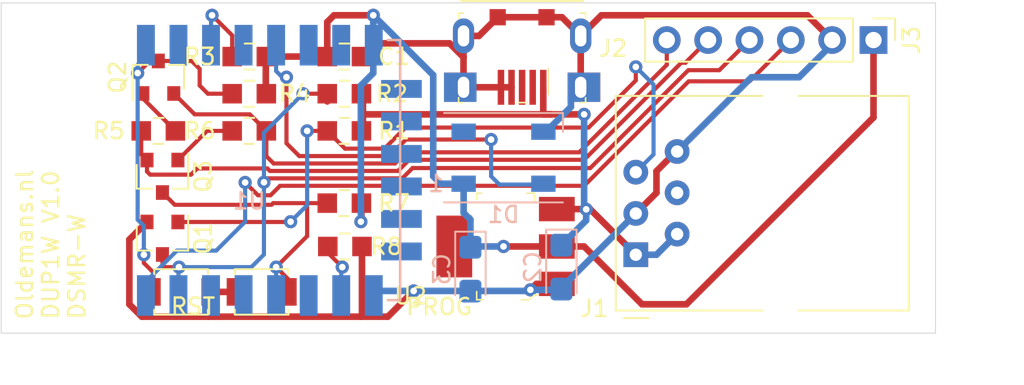
<source format=kicad_pcb>
(kicad_pcb (version 20171130) (host pcbnew "(5.1.9-0-10_14)")

  (general
    (thickness 1.6)
    (drawings 9)
    (tracks 242)
    (zones 0)
    (modules 22)
    (nets 33)
  )

  (page A4)
  (layers
    (0 F.Cu signal)
    (31 B.Cu signal)
    (32 B.Adhes user hide)
    (33 F.Adhes user hide)
    (34 B.Paste user hide)
    (35 F.Paste user hide)
    (36 B.SilkS user)
    (37 F.SilkS user)
    (38 B.Mask user hide)
    (39 F.Mask user hide)
    (40 Dwgs.User user hide)
    (41 Cmts.User user hide)
    (42 Eco1.User user hide)
    (43 Eco2.User user)
    (44 Edge.Cuts user)
    (45 Margin user hide)
    (46 B.CrtYd user hide)
    (47 F.CrtYd user hide)
    (48 B.Fab user hide)
    (49 F.Fab user hide)
  )

  (setup
    (last_trace_width 0.254)
    (trace_clearance 0.2032)
    (zone_clearance 0.508)
    (zone_45_only no)
    (trace_min 0.2032)
    (via_size 0.8128)
    (via_drill 0.4064)
    (via_min_size 0.4)
    (via_min_drill 0.3)
    (uvia_size 0.3048)
    (uvia_drill 0.1016)
    (uvias_allowed no)
    (uvia_min_size 0.2)
    (uvia_min_drill 0.1)
    (edge_width 0.05)
    (segment_width 0.2)
    (pcb_text_width 0.3)
    (pcb_text_size 1.5 1.5)
    (mod_edge_width 0.12)
    (mod_text_size 1 1)
    (mod_text_width 0.15)
    (pad_size 1.524 1.524)
    (pad_drill 0.762)
    (pad_to_mask_clearance 0)
    (aux_axis_origin 0 0)
    (grid_origin 8.382 -5.08)
    (visible_elements FFFFFF7F)
    (pcbplotparams
      (layerselection 0x010f0_ffffffff)
      (usegerberextensions false)
      (usegerberattributes true)
      (usegerberadvancedattributes true)
      (creategerberjobfile true)
      (excludeedgelayer true)
      (linewidth 0.100000)
      (plotframeref false)
      (viasonmask false)
      (mode 1)
      (useauxorigin false)
      (hpglpennumber 1)
      (hpglpenspeed 20)
      (hpglpendiameter 15.000000)
      (psnegative false)
      (psa4output false)
      (plotreference true)
      (plotvalue false)
      (plotinvisibletext false)
      (padsonsilk true)
      (subtractmaskfromsilk false)
      (outputformat 1)
      (mirror false)
      (drillshape 0)
      (scaleselection 1)
      (outputdirectory "gerber"))
  )

  (net 0 "")
  (net 1 GND)
  (net 2 +5V)
  (net 3 +3V3)
  (net 4 "Net-(J1-Pad4)")
  (net 5 DATA)
  (net 6 "Net-(J2-Pad3)")
  (net 7 "Net-(J2-Pad2)")
  (net 8 RTS)
  (net 9 DTR)
  (net 10 RX)
  (net 11 TX)
  (net 12 "Net-(Q2-Pad1)")
  (net 13 RST)
  (net 14 "Net-(Q3-Pad1)")
  (net 15 GPIO0)
  (net 16 "Net-(U1-Pad22)")
  (net 17 "Net-(U1-Pad21)")
  (net 18 "Net-(U1-Pad20)")
  (net 19 "Net-(U1-Pad19)")
  (net 20 "Net-(U1-Pad18)")
  (net 21 "Net-(U1-Pad17)")
  (net 22 "Net-(U1-Pad14)")
  (net 23 "Net-(U1-Pad13)")
  (net 24 "Net-(U1-Pad11)")
  (net 25 "Net-(U1-Pad7)")
  (net 26 "Net-(U1-Pad6)")
  (net 27 "Net-(U1-Pad4)")
  (net 28 "Net-(U1-Pad2)")
  (net 29 "Net-(D1-Pad2)")
  (net 30 LED_DIN)
  (net 31 "Net-(R3-Pad2)")
  (net 32 "Net-(R8-Pad1)")

  (net_class Default "This is the default net class."
    (clearance 0.2032)
    (trace_width 0.254)
    (via_dia 0.8128)
    (via_drill 0.4064)
    (uvia_dia 0.3048)
    (uvia_drill 0.1016)
    (diff_pair_width 0.2032)
    (diff_pair_gap 0.2032)
    (add_net DATA)
    (add_net DTR)
    (add_net GPIO0)
    (add_net LED_DIN)
    (add_net "Net-(D1-Pad2)")
    (add_net "Net-(J1-Pad4)")
    (add_net "Net-(J2-Pad2)")
    (add_net "Net-(J2-Pad3)")
    (add_net "Net-(Q2-Pad1)")
    (add_net "Net-(Q3-Pad1)")
    (add_net "Net-(R3-Pad2)")
    (add_net "Net-(R8-Pad1)")
    (add_net "Net-(U1-Pad11)")
    (add_net "Net-(U1-Pad13)")
    (add_net "Net-(U1-Pad14)")
    (add_net "Net-(U1-Pad17)")
    (add_net "Net-(U1-Pad18)")
    (add_net "Net-(U1-Pad19)")
    (add_net "Net-(U1-Pad2)")
    (add_net "Net-(U1-Pad20)")
    (add_net "Net-(U1-Pad21)")
    (add_net "Net-(U1-Pad22)")
    (add_net "Net-(U1-Pad4)")
    (add_net "Net-(U1-Pad6)")
    (add_net "Net-(U1-Pad7)")
    (add_net RST)
    (add_net RTS)
    (add_net RX)
    (add_net TX)
  )

  (net_class POWER ""
    (clearance 0.2032)
    (trace_width 0.4064)
    (via_dia 0.8128)
    (via_drill 0.4064)
    (uvia_dia 0.3048)
    (uvia_drill 0.1016)
    (diff_pair_width 0.2032)
    (diff_pair_gap 0.2032)
    (add_net +3V3)
    (add_net +5V)
    (add_net GND)
  )

  (module Button_Switch_SMD:SW_SPST_B3U-1000P (layer F.Cu) (tedit 5A02FC95) (tstamp 606FD7D0)
    (at 11.049 -2.54 180)
    (descr "Ultra-small-sized Tactile Switch with High Contact Reliability, Top-actuated Model, without Ground Terminal, without Boss")
    (tags "Tactile Switch")
    (path /60828D2A)
    (attr smd)
    (fp_text reference RST1 (at 0 -2.5) (layer F.SilkS) hide
      (effects (font (size 1 1) (thickness 0.15)))
    )
    (fp_text value SW_Push (at 0 2.5) (layer F.Fab)
      (effects (font (size 1 1) (thickness 0.15)))
    )
    (fp_text user %R (at 0 -2.5) (layer F.Fab)
      (effects (font (size 1 1) (thickness 0.15)))
    )
    (fp_line (start -2.4 1.65) (end 2.4 1.65) (layer F.CrtYd) (width 0.05))
    (fp_line (start 2.4 1.65) (end 2.4 -1.65) (layer F.CrtYd) (width 0.05))
    (fp_line (start 2.4 -1.65) (end -2.4 -1.65) (layer F.CrtYd) (width 0.05))
    (fp_line (start -2.4 -1.65) (end -2.4 1.65) (layer F.CrtYd) (width 0.05))
    (fp_line (start -1.65 1.1) (end -1.65 1.4) (layer F.SilkS) (width 0.12))
    (fp_line (start -1.65 1.4) (end 1.65 1.4) (layer F.SilkS) (width 0.12))
    (fp_line (start 1.65 1.4) (end 1.65 1.1) (layer F.SilkS) (width 0.12))
    (fp_line (start -1.65 -1.1) (end -1.65 -1.4) (layer F.SilkS) (width 0.12))
    (fp_line (start -1.65 -1.4) (end 1.65 -1.4) (layer F.SilkS) (width 0.12))
    (fp_line (start 1.65 -1.4) (end 1.65 -1.1) (layer F.SilkS) (width 0.12))
    (fp_line (start -1.5 -1.25) (end 1.5 -1.25) (layer F.Fab) (width 0.1))
    (fp_line (start 1.5 -1.25) (end 1.5 1.25) (layer F.Fab) (width 0.1))
    (fp_line (start 1.5 1.25) (end -1.5 1.25) (layer F.Fab) (width 0.1))
    (fp_line (start -1.5 1.25) (end -1.5 -1.25) (layer F.Fab) (width 0.1))
    (fp_circle (center 0 0) (end 0.75 0) (layer F.Fab) (width 0.1))
    (pad 2 smd rect (at 1.7 0 180) (size 0.9 1.7) (layers F.Cu F.Paste F.Mask)
      (net 13 RST))
    (pad 1 smd rect (at -1.7 0 180) (size 0.9 1.7) (layers F.Cu F.Paste F.Mask)
      (net 1 GND))
    (model ${KISYS3DMOD}/Button_Switch_SMD.3dshapes/SW_SPST_B3U-1000P.wrl
      (at (xyz 0 0 0))
      (scale (xyz 1 1 1))
      (rotate (xyz 0 0 0))
    )
  )

  (module Package_TO_SOT_SMD:SOT-23 (layer F.Cu) (tedit 5A02FF57) (tstamp 606FD6CA)
    (at 9.906 -9.652 270)
    (descr "SOT-23, Standard")
    (tags SOT-23)
    (path /607B5173)
    (attr smd)
    (fp_text reference Q3 (at 0 -2.5 90) (layer F.SilkS)
      (effects (font (size 1 1) (thickness 0.15)))
    )
    (fp_text value BC817 (at 0 2.5 90) (layer F.Fab)
      (effects (font (size 1 1) (thickness 0.15)))
    )
    (fp_text user %R (at 0 0) (layer F.Fab)
      (effects (font (size 0.5 0.5) (thickness 0.075)))
    )
    (fp_line (start -0.7 -0.95) (end -0.7 1.5) (layer F.Fab) (width 0.1))
    (fp_line (start -0.15 -1.52) (end 0.7 -1.52) (layer F.Fab) (width 0.1))
    (fp_line (start -0.7 -0.95) (end -0.15 -1.52) (layer F.Fab) (width 0.1))
    (fp_line (start 0.7 -1.52) (end 0.7 1.52) (layer F.Fab) (width 0.1))
    (fp_line (start -0.7 1.52) (end 0.7 1.52) (layer F.Fab) (width 0.1))
    (fp_line (start 0.76 1.58) (end 0.76 0.65) (layer F.SilkS) (width 0.12))
    (fp_line (start 0.76 -1.58) (end 0.76 -0.65) (layer F.SilkS) (width 0.12))
    (fp_line (start -1.7 -1.75) (end 1.7 -1.75) (layer F.CrtYd) (width 0.05))
    (fp_line (start 1.7 -1.75) (end 1.7 1.75) (layer F.CrtYd) (width 0.05))
    (fp_line (start 1.7 1.75) (end -1.7 1.75) (layer F.CrtYd) (width 0.05))
    (fp_line (start -1.7 1.75) (end -1.7 -1.75) (layer F.CrtYd) (width 0.05))
    (fp_line (start 0.76 -1.58) (end -1.4 -1.58) (layer F.SilkS) (width 0.12))
    (fp_line (start 0.76 1.58) (end -0.7 1.58) (layer F.SilkS) (width 0.12))
    (pad 3 smd rect (at 1 0 270) (size 0.9 0.8) (layers F.Cu F.Paste F.Mask)
      (net 15 GPIO0))
    (pad 2 smd rect (at -1 0.95 270) (size 0.9 0.8) (layers F.Cu F.Paste F.Mask)
      (net 9 DTR))
    (pad 1 smd rect (at -1 -0.95 270) (size 0.9 0.8) (layers F.Cu F.Paste F.Mask)
      (net 14 "Net-(Q3-Pad1)"))
    (model ${KISYS3DMOD}/Package_TO_SOT_SMD.3dshapes/SOT-23.wrl
      (at (xyz 0 0 0))
      (scale (xyz 1 1 1))
      (rotate (xyz 0 0 0))
    )
  )

  (module Package_TO_SOT_SMD:SOT-23 (layer F.Cu) (tedit 5A02FF57) (tstamp 606FD6B5)
    (at 9.652 -15.748 90)
    (descr "SOT-23, Standard")
    (tags SOT-23)
    (path /607B2785)
    (attr smd)
    (fp_text reference Q2 (at 0 -2.5 90) (layer F.SilkS)
      (effects (font (size 1 1) (thickness 0.15)))
    )
    (fp_text value BC817 (at 0 2.5 90) (layer F.Fab)
      (effects (font (size 1 1) (thickness 0.15)))
    )
    (fp_text user %R (at 0 0) (layer F.Fab)
      (effects (font (size 0.5 0.5) (thickness 0.075)))
    )
    (fp_line (start -0.7 -0.95) (end -0.7 1.5) (layer F.Fab) (width 0.1))
    (fp_line (start -0.15 -1.52) (end 0.7 -1.52) (layer F.Fab) (width 0.1))
    (fp_line (start -0.7 -0.95) (end -0.15 -1.52) (layer F.Fab) (width 0.1))
    (fp_line (start 0.7 -1.52) (end 0.7 1.52) (layer F.Fab) (width 0.1))
    (fp_line (start -0.7 1.52) (end 0.7 1.52) (layer F.Fab) (width 0.1))
    (fp_line (start 0.76 1.58) (end 0.76 0.65) (layer F.SilkS) (width 0.12))
    (fp_line (start 0.76 -1.58) (end 0.76 -0.65) (layer F.SilkS) (width 0.12))
    (fp_line (start -1.7 -1.75) (end 1.7 -1.75) (layer F.CrtYd) (width 0.05))
    (fp_line (start 1.7 -1.75) (end 1.7 1.75) (layer F.CrtYd) (width 0.05))
    (fp_line (start 1.7 1.75) (end -1.7 1.75) (layer F.CrtYd) (width 0.05))
    (fp_line (start -1.7 1.75) (end -1.7 -1.75) (layer F.CrtYd) (width 0.05))
    (fp_line (start 0.76 -1.58) (end -1.4 -1.58) (layer F.SilkS) (width 0.12))
    (fp_line (start 0.76 1.58) (end -0.7 1.58) (layer F.SilkS) (width 0.12))
    (pad 3 smd rect (at 1 0 90) (size 0.9 0.8) (layers F.Cu F.Paste F.Mask)
      (net 13 RST))
    (pad 2 smd rect (at -1 0.95 90) (size 0.9 0.8) (layers F.Cu F.Paste F.Mask)
      (net 8 RTS))
    (pad 1 smd rect (at -1 -0.95 90) (size 0.9 0.8) (layers F.Cu F.Paste F.Mask)
      (net 12 "Net-(Q2-Pad1)"))
    (model ${KISYS3DMOD}/Package_TO_SOT_SMD.3dshapes/SOT-23.wrl
      (at (xyz 0 0 0))
      (scale (xyz 1 1 1))
      (rotate (xyz 0 0 0))
    )
  )

  (module Package_TO_SOT_SMD:SOT-23 (layer F.Cu) (tedit 5A02FF57) (tstamp 606FDAE3)
    (at 9.906 -5.842 270)
    (descr "SOT-23, Standard")
    (tags SOT-23)
    (path /607A1864)
    (attr smd)
    (fp_text reference Q1 (at 0 -2.5 90) (layer F.SilkS)
      (effects (font (size 1 1) (thickness 0.15)))
    )
    (fp_text value BS170F (at 0 2.5 90) (layer F.Fab)
      (effects (font (size 1 1) (thickness 0.15)))
    )
    (fp_text user %R (at 0 0) (layer F.Fab)
      (effects (font (size 0.5 0.5) (thickness 0.075)))
    )
    (fp_line (start -0.7 -0.95) (end -0.7 1.5) (layer F.Fab) (width 0.1))
    (fp_line (start -0.15 -1.52) (end 0.7 -1.52) (layer F.Fab) (width 0.1))
    (fp_line (start -0.7 -0.95) (end -0.15 -1.52) (layer F.Fab) (width 0.1))
    (fp_line (start 0.7 -1.52) (end 0.7 1.52) (layer F.Fab) (width 0.1))
    (fp_line (start -0.7 1.52) (end 0.7 1.52) (layer F.Fab) (width 0.1))
    (fp_line (start 0.76 1.58) (end 0.76 0.65) (layer F.SilkS) (width 0.12))
    (fp_line (start 0.76 -1.58) (end 0.76 -0.65) (layer F.SilkS) (width 0.12))
    (fp_line (start -1.7 -1.75) (end 1.7 -1.75) (layer F.CrtYd) (width 0.05))
    (fp_line (start 1.7 -1.75) (end 1.7 1.75) (layer F.CrtYd) (width 0.05))
    (fp_line (start 1.7 1.75) (end -1.7 1.75) (layer F.CrtYd) (width 0.05))
    (fp_line (start -1.7 1.75) (end -1.7 -1.75) (layer F.CrtYd) (width 0.05))
    (fp_line (start 0.76 -1.58) (end -1.4 -1.58) (layer F.SilkS) (width 0.12))
    (fp_line (start 0.76 1.58) (end -0.7 1.58) (layer F.SilkS) (width 0.12))
    (pad 3 smd rect (at 1 0 270) (size 0.9 0.8) (layers F.Cu F.Paste F.Mask)
      (net 10 RX))
    (pad 2 smd rect (at -1 0.95 270) (size 0.9 0.8) (layers F.Cu F.Paste F.Mask)
      (net 1 GND))
    (pad 1 smd rect (at -1 -0.95 270) (size 0.9 0.8) (layers F.Cu F.Paste F.Mask)
      (net 5 DATA))
    (model ${KISYS3DMOD}/Package_TO_SOT_SMD.3dshapes/SOT-23.wrl
      (at (xyz 0 0 0))
      (scale (xyz 1 1 1))
      (rotate (xyz 0 0 0))
    )
  )

  (module Button_Switch_SMD:SW_SPST_B3U-1000P (layer F.Cu) (tedit 5A02FC95) (tstamp 606FD68B)
    (at 16.002 -2.54)
    (descr "Ultra-small-sized Tactile Switch with High Contact Reliability, Top-actuated Model, without Ground Terminal, without Boss")
    (tags "Tactile Switch")
    (path /60829AB3)
    (attr smd)
    (fp_text reference PROG1 (at 0 -2.5) (layer F.SilkS) hide
      (effects (font (size 1 1) (thickness 0.15)))
    )
    (fp_text value SW_Push (at 0 2.5) (layer F.Fab)
      (effects (font (size 1 1) (thickness 0.15)))
    )
    (fp_text user %R (at 0 -2.5) (layer F.Fab)
      (effects (font (size 1 1) (thickness 0.15)))
    )
    (fp_line (start -2.4 1.65) (end 2.4 1.65) (layer F.CrtYd) (width 0.05))
    (fp_line (start 2.4 1.65) (end 2.4 -1.65) (layer F.CrtYd) (width 0.05))
    (fp_line (start 2.4 -1.65) (end -2.4 -1.65) (layer F.CrtYd) (width 0.05))
    (fp_line (start -2.4 -1.65) (end -2.4 1.65) (layer F.CrtYd) (width 0.05))
    (fp_line (start -1.65 1.1) (end -1.65 1.4) (layer F.SilkS) (width 0.12))
    (fp_line (start -1.65 1.4) (end 1.65 1.4) (layer F.SilkS) (width 0.12))
    (fp_line (start 1.65 1.4) (end 1.65 1.1) (layer F.SilkS) (width 0.12))
    (fp_line (start -1.65 -1.1) (end -1.65 -1.4) (layer F.SilkS) (width 0.12))
    (fp_line (start -1.65 -1.4) (end 1.65 -1.4) (layer F.SilkS) (width 0.12))
    (fp_line (start 1.65 -1.4) (end 1.65 -1.1) (layer F.SilkS) (width 0.12))
    (fp_line (start -1.5 -1.25) (end 1.5 -1.25) (layer F.Fab) (width 0.1))
    (fp_line (start 1.5 -1.25) (end 1.5 1.25) (layer F.Fab) (width 0.1))
    (fp_line (start 1.5 1.25) (end -1.5 1.25) (layer F.Fab) (width 0.1))
    (fp_line (start -1.5 1.25) (end -1.5 -1.25) (layer F.Fab) (width 0.1))
    (fp_circle (center 0 0) (end 0.75 0) (layer F.Fab) (width 0.1))
    (pad 2 smd rect (at 1.7 0) (size 0.9 1.7) (layers F.Cu F.Paste F.Mask)
      (net 15 GPIO0))
    (pad 1 smd rect (at -1.7 0) (size 0.9 1.7) (layers F.Cu F.Paste F.Mask)
      (net 1 GND))
    (model ${KISYS3DMOD}/Button_Switch_SMD.3dshapes/SW_SPST_B3U-1000P.wrl
      (at (xyz 0 0 0))
      (scale (xyz 1 1 1))
      (rotate (xyz 0 0 0))
    )
  )

  (module LED_SMD:LED_WS2812B_PLCC4_5.0x5.0mm_P3.2mm locked (layer B.Cu) (tedit 5AA4B285) (tstamp 603D4B54)
    (at 30.861 -10.795)
    (descr https://cdn-shop.adafruit.com/datasheets/WS2812B.pdf)
    (tags "LED RGB NeoPixel")
    (path /603D6518)
    (attr smd)
    (fp_text reference D1 (at 0 3.5 180) (layer B.SilkS)
      (effects (font (size 1 1) (thickness 0.15)) (justify mirror))
    )
    (fp_text value WS2812B (at 0 -4 180) (layer B.Fab)
      (effects (font (size 1 1) (thickness 0.15)) (justify mirror))
    )
    (fp_circle (center 0 0) (end 0 2) (layer B.Fab) (width 0.1))
    (fp_line (start 3.65 -2.75) (end 3.65 -1.6) (layer B.SilkS) (width 0.12))
    (fp_line (start -3.65 -2.75) (end 3.65 -2.75) (layer B.SilkS) (width 0.12))
    (fp_line (start -3.65 2.75) (end 3.65 2.75) (layer B.SilkS) (width 0.12))
    (fp_line (start 2.5 2.5) (end -2.5 2.5) (layer B.Fab) (width 0.1))
    (fp_line (start 2.5 -2.5) (end 2.5 2.5) (layer B.Fab) (width 0.1))
    (fp_line (start -2.5 -2.5) (end 2.5 -2.5) (layer B.Fab) (width 0.1))
    (fp_line (start -2.5 2.5) (end -2.5 -2.5) (layer B.Fab) (width 0.1))
    (fp_line (start 2.5 -1.5) (end 1.5 -2.5) (layer B.Fab) (width 0.1))
    (fp_line (start -3.45 2.75) (end -3.45 -2.75) (layer B.CrtYd) (width 0.05))
    (fp_line (start -3.45 -2.75) (end 3.45 -2.75) (layer B.CrtYd) (width 0.05))
    (fp_line (start 3.45 -2.75) (end 3.45 2.75) (layer B.CrtYd) (width 0.05))
    (fp_line (start 3.45 2.75) (end -3.45 2.75) (layer B.CrtYd) (width 0.05))
    (fp_text user %R (at 0 0 180) (layer B.Fab)
      (effects (font (size 0.8 0.8) (thickness 0.15)) (justify mirror))
    )
    (fp_text user 1 (at -4.15 1.6 180) (layer B.SilkS)
      (effects (font (size 1 1) (thickness 0.15)) (justify mirror))
    )
    (pad 1 smd rect (at -2.45 1.6) (size 1.5 1) (layers B.Cu B.Paste B.Mask)
      (net 3 +3V3))
    (pad 2 smd rect (at -2.45 -1.6) (size 1.5 1) (layers B.Cu B.Paste B.Mask)
      (net 29 "Net-(D1-Pad2)"))
    (pad 4 smd rect (at 2.45 1.6) (size 1.5 1) (layers B.Cu B.Paste B.Mask)
      (net 30 LED_DIN))
    (pad 3 smd rect (at 2.45 -1.6) (size 1.5 1) (layers B.Cu B.Paste B.Mask)
      (net 1 GND))
    (model ${KISYS3DMOD}/LED_SMD.3dshapes/LED_WS2812B_PLCC4_5.0x5.0mm_P3.2mm.wrl
      (at (xyz 0 0 0))
      (scale (xyz 1 1 1))
      (rotate (xyz 0 0 0))
    )
  )

  (module digikey-footprints:SOT-223 (layer F.Cu) (tedit 60396C60) (tstamp 6039998E)
    (at 30.988 -5.334 90)
    (path /6039D754)
    (attr smd)
    (fp_text reference U2 (at -3.048 -5.842) (layer F.SilkS)
      (effects (font (size 1 1) (thickness 0.15)))
    )
    (fp_text value AMS1117-3.3 (at 0.15 5.65 90) (layer F.Fab)
      (effects (font (size 1 1) (thickness 0.15)))
    )
    (fp_line (start -3.275 0.975) (end -3.275 1.45) (layer F.SilkS) (width 0.1))
    (fp_line (start -3.275 1.45) (end -2.975 1.775) (layer F.SilkS) (width 0.1))
    (fp_line (start -2.975 1.775) (end -2.975 1.97) (layer F.SilkS) (width 0.1))
    (fp_line (start -3.45 4.45) (end 3.45 4.45) (layer F.CrtYd) (width 0.05))
    (fp_line (start -3.45 -4.45) (end -3.45 4.45) (layer F.CrtYd) (width 0.05))
    (fp_line (start 3.45 -4.45) (end -3.45 -4.45) (layer F.CrtYd) (width 0.05))
    (fp_line (start 3.45 -4.45) (end 3.45 4.45) (layer F.CrtYd) (width 0.05))
    (fp_line (start -3.15 1.35) (end -3.15 -1.65) (layer F.Fab) (width 0.1))
    (fp_line (start 3.15 1.65) (end -2.875 1.65) (layer F.Fab) (width 0.1))
    (fp_line (start -3.15 1.35) (end -2.875 1.65) (layer F.Fab) (width 0.1))
    (fp_line (start 3.275 1.3) (end 3.275 1.775) (layer F.SilkS) (width 0.1))
    (fp_line (start 3.275 1.775) (end 2.825 1.775) (layer F.SilkS) (width 0.1))
    (fp_line (start -2.775 -1.775) (end -3.275 -1.775) (layer F.SilkS) (width 0.1))
    (fp_line (start -3.275 -1.775) (end -3.275 -1.375) (layer F.SilkS) (width 0.1))
    (fp_line (start 2.9 -1.775) (end 3.275 -1.775) (layer F.SilkS) (width 0.1))
    (fp_line (start 3.275 -1.775) (end 3.275 -1.475) (layer F.SilkS) (width 0.1))
    (fp_line (start -3.15 -1.65) (end 3.15 -1.65) (layer F.Fab) (width 0.1))
    (fp_line (start 3.15 -1.65) (end 3.15 1.65) (layer F.Fab) (width 0.1))
    (fp_text user %R (at -0.05 0.025 90) (layer F.Fab)
      (effects (font (size 1 1) (thickness 0.15)))
    )
    (pad 4 smd rect (at 0 -3.15 90) (size 3.8 2.2) (layers F.Cu F.Paste F.Mask))
    (pad 1 smd rect (at -2.3 3.15 90) (size 1.5 2.2) (layers F.Cu F.Paste F.Mask)
      (net 1 GND))
    (pad 2 smd rect (at 0 3.15 90) (size 1.5 2.2) (layers F.Cu F.Paste F.Mask)
      (net 3 +3V3))
    (pad 3 smd rect (at 2.3 3.15 90) (size 1.5 2.2) (layers F.Cu F.Paste F.Mask)
      (net 2 +5V))
    (model ${KISYS3DMOD}/Package_TO_SOT_SMD.3dshapes/SOT-223.step
      (at (xyz 0 0 0))
      (scale (xyz 1 1 1))
      (rotate (xyz 0 0 -90))
    )
  )

  (module ESP8266:ESP-12E_SMD locked (layer B.Cu) (tedit 603D409C) (tstamp 60399185)
    (at 8.89 -17.018 270)
    (descr "Module, ESP-8266, ESP-12, 16 pad, SMD")
    (tags "Module ESP-8266 ESP8266")
    (path /6039C456)
    (fp_text reference U1 (at 8.89 -6.35) (layer B.SilkS)
      (effects (font (size 1 1) (thickness 0.15)) (justify mirror))
    )
    (fp_text value ESP-12E (at 5.08 -6.35) (layer B.Fab) hide
      (effects (font (size 1 1) (thickness 0.15)) (justify mirror))
    )
    (fp_line (start -1.008 8.4) (end 14.992 8.4) (layer B.Fab) (width 0.05))
    (fp_line (start -1.008 -15.6) (end -1.008 8.4) (layer B.Fab) (width 0.05))
    (fp_line (start 14.992 -15.6) (end -1.008 -15.6) (layer B.Fab) (width 0.05))
    (fp_line (start 15 8.4) (end 15 -15.6) (layer B.Fab) (width 0.05))
    (fp_line (start -1.008 2.6) (end 14.992 2.6) (layer Dwgs.User) (width 0.1524))
    (fp_line (start -1 8.382) (end 14.992 2.6) (layer Dwgs.User) (width 0.1524))
    (fp_line (start 14.986 8.382) (end -1.008 2.6) (layer Dwgs.User) (width 0.1524))
    (fp_line (start 14.986 -15.621) (end 14.986 -14.859) (layer B.SilkS) (width 0.1524))
    (fp_line (start -1.016 -15.621) (end 14.986 -15.621) (layer B.SilkS) (width 0.1524))
    (fp_line (start -1.016 -14.859) (end -1.016 -15.621) (layer B.SilkS) (width 0.1524))
    (fp_line (start -1 8.382) (end -1.008 2.6) (layer Dwgs.User) (width 0.1524))
    (fp_line (start 14.986 8.382) (end 14.992 2.6) (layer Dwgs.User) (width 0.1524))
    (fp_line (start -1 8.382) (end 14.986 8.382) (layer Dwgs.User) (width 0.1524))
    (fp_line (start -2.25 -16) (end -2.25 0.5) (layer B.CrtYd) (width 0.05))
    (fp_line (start 16.25 -16) (end -2.25 -16) (layer B.CrtYd) (width 0.05))
    (fp_line (start 16.25 8.75) (end 16.25 -16) (layer B.CrtYd) (width 0.05))
    (fp_line (start 15.25 8.75) (end 16.25 8.75) (layer B.CrtYd) (width 0.05))
    (fp_line (start -2.25 8.75) (end 15.25 8.75) (layer B.CrtYd) (width 0.05))
    (fp_line (start -2.25 0.5) (end -2.25 8.75) (layer B.CrtYd) (width 0.05))
    (fp_text user "No Copper" (at 6.892 5.4 270) (layer B.CrtYd)
      (effects (font (size 1 1) (thickness 0.15)) (justify mirror))
    )
    (pad 1 smd rect (at 0 0 270) (size 2.5 1.1) (drill (offset -0.7 0)) (layers B.Cu B.Paste B.Mask)
      (net 13 RST))
    (pad 2 smd rect (at 0 -2 270) (size 2.5 1.1) (drill (offset -0.7 0)) (layers B.Cu B.Paste B.Mask)
      (net 28 "Net-(U1-Pad2)"))
    (pad 3 smd rect (at 0 -4 270) (size 2.5 1.1) (drill (offset -0.7 0)) (layers B.Cu B.Paste B.Mask)
      (net 31 "Net-(R3-Pad2)"))
    (pad 4 smd rect (at 0 -6 270) (size 2.5 1.1) (drill (offset -0.7 0)) (layers B.Cu B.Paste B.Mask)
      (net 27 "Net-(U1-Pad4)"))
    (pad 5 smd rect (at 0 -8 270) (size 2.5 1.1) (drill (offset -0.7 0)) (layers B.Cu B.Paste B.Mask)
      (net 30 LED_DIN))
    (pad 6 smd rect (at 0 -10 270) (size 2.5 1.1) (drill (offset -0.7 0)) (layers B.Cu B.Paste B.Mask)
      (net 26 "Net-(U1-Pad6)"))
    (pad 7 smd rect (at 0 -12 270) (size 2.5 1.1) (drill (offset -0.7 0)) (layers B.Cu B.Paste B.Mask)
      (net 25 "Net-(U1-Pad7)"))
    (pad 8 smd rect (at 0 -14 270) (size 2.5 1.1) (drill (offset -0.7 0)) (layers B.Cu B.Paste B.Mask)
      (net 3 +3V3))
    (pad 9 smd rect (at 14 -14 270) (size 2.5 1.1) (drill (offset 0.7 0)) (layers B.Cu B.Paste B.Mask)
      (net 1 GND))
    (pad 10 smd rect (at 14 -12 270) (size 2.5 1.1) (drill (offset 0.7 0)) (layers B.Cu B.Paste B.Mask)
      (net 32 "Net-(R8-Pad1)"))
    (pad 11 smd rect (at 14 -10 270) (size 2.5 1.1) (drill (offset 0.7 0)) (layers B.Cu B.Paste B.Mask)
      (net 24 "Net-(U1-Pad11)"))
    (pad 12 smd rect (at 14 -8 270) (size 2.5 1.1) (drill (offset 0.7 0)) (layers B.Cu B.Paste B.Mask)
      (net 15 GPIO0))
    (pad 13 smd rect (at 14 -6 270) (size 2.5 1.1) (drill (offset 0.7 0)) (layers B.Cu B.Paste B.Mask)
      (net 23 "Net-(U1-Pad13)"))
    (pad 14 smd rect (at 14 -4 270) (size 2.5 1.1) (drill (offset 0.7 0)) (layers B.Cu B.Paste B.Mask)
      (net 22 "Net-(U1-Pad14)"))
    (pad 15 smd rect (at 14 -2 270) (size 2.5 1.1) (drill (offset 0.7 0)) (layers B.Cu B.Paste B.Mask)
      (net 10 RX))
    (pad 16 smd rect (at 14 0 270) (size 2.5 1.1) (drill (offset 0.7 0)) (layers B.Cu B.Paste B.Mask)
      (net 11 TX))
    (pad 17 smd rect (at 1.99 -15 180) (size 2.5 1.1) (drill (offset -0.7 0)) (layers B.Cu B.Paste B.Mask)
      (net 21 "Net-(U1-Pad17)"))
    (pad 18 smd rect (at 3.99 -15 180) (size 2.5 1.1) (drill (offset -0.7 0)) (layers B.Cu B.Paste B.Mask)
      (net 20 "Net-(U1-Pad18)"))
    (pad 19 smd rect (at 5.99 -15 180) (size 2.5 1.1) (drill (offset -0.7 0)) (layers B.Cu B.Paste B.Mask)
      (net 19 "Net-(U1-Pad19)"))
    (pad 20 smd rect (at 7.99 -15 180) (size 2.5 1.1) (drill (offset -0.7 0)) (layers B.Cu B.Paste B.Mask)
      (net 18 "Net-(U1-Pad20)"))
    (pad 21 smd rect (at 9.99 -15 180) (size 2.5 1.1) (drill (offset -0.7 0)) (layers B.Cu B.Paste B.Mask)
      (net 17 "Net-(U1-Pad21)"))
    (pad 22 smd rect (at 11.99 -15 180) (size 2.5 1.1) (drill (offset -0.7 0)) (layers B.Cu B.Paste B.Mask)
      (net 16 "Net-(U1-Pad22)"))
    (model ${ESPLIB}/ESP8266.3dshapes/ESP-12.wrl
      (at (xyz 0 0 0))
      (scale (xyz 0.3937 0.3937 0.3937))
      (rotate (xyz 0 0 0))
    )
  )

  (module digikey-footprints:0805 (layer F.Cu) (tedit 60396B7D) (tstamp 60399157)
    (at 21.116 -5.334)
    (path /603AE4CA)
    (attr smd)
    (fp_text reference R8 (at 2.54 0) (layer F.SilkS)
      (effects (font (size 1 1) (thickness 0.15)))
    )
    (fp_text value 10K (at 0 1.95) (layer F.Fab)
      (effects (font (size 1 1) (thickness 0.15)))
    )
    (fp_line (start -0.95 -0.675) (end -0.95 0.675) (layer F.Fab) (width 0.12))
    (fp_line (start 0.95 -0.675) (end 0.95 0.675) (layer F.Fab) (width 0.12))
    (fp_line (start -0.95 -0.68) (end 0.95 -0.68) (layer F.Fab) (width 0.12))
    (fp_line (start -0.95 0.68) (end 0.95 0.68) (layer F.Fab) (width 0.12))
    (fp_line (start -0.3 -0.8) (end 0.3 -0.8) (layer F.SilkS) (width 0.12))
    (fp_line (start -0.32 0.8) (end 0.28 0.8) (layer F.SilkS) (width 0.12))
    (fp_line (start -1.9 0.93) (end -1.9 -0.93) (layer F.CrtYd) (width 0.05))
    (fp_line (start 1.9 0.93) (end 1.9 -0.93) (layer F.CrtYd) (width 0.05))
    (fp_line (start -1.9 -0.93) (end 1.9 -0.93) (layer F.CrtYd) (width 0.05))
    (fp_line (start -1.9 0.93) (end 1.9 0.93) (layer F.CrtYd) (width 0.05))
    (pad 1 smd rect (at -1.05 0) (size 1.2 1.2) (layers F.Cu F.Paste F.Mask)
      (net 32 "Net-(R8-Pad1)"))
    (pad 2 smd rect (at 1.05 0) (size 1.2 1.2) (layers F.Cu F.Paste F.Mask)
      (net 1 GND))
    (model ${KISYS3DMOD}/Resistor_SMD.3dshapes/R_0805_2012Metric.step
      (at (xyz 0 0 0))
      (scale (xyz 1 1 1))
      (rotate (xyz 0 0 0))
    )
  )

  (module digikey-footprints:0805 (layer F.Cu) (tedit 60396B7D) (tstamp 60399147)
    (at 21.082 -8.001)
    (path /603FD3F8)
    (attr smd)
    (fp_text reference R7 (at 3.048 0) (layer F.SilkS)
      (effects (font (size 1 1) (thickness 0.15)))
    )
    (fp_text value 10K (at 0 1.95) (layer F.Fab)
      (effects (font (size 1 1) (thickness 0.15)))
    )
    (fp_line (start -0.95 -0.675) (end -0.95 0.675) (layer F.Fab) (width 0.12))
    (fp_line (start 0.95 -0.675) (end 0.95 0.675) (layer F.Fab) (width 0.12))
    (fp_line (start -0.95 -0.68) (end 0.95 -0.68) (layer F.Fab) (width 0.12))
    (fp_line (start -0.95 0.68) (end 0.95 0.68) (layer F.Fab) (width 0.12))
    (fp_line (start -0.3 -0.8) (end 0.3 -0.8) (layer F.SilkS) (width 0.12))
    (fp_line (start -0.32 0.8) (end 0.28 0.8) (layer F.SilkS) (width 0.12))
    (fp_line (start -1.9 0.93) (end -1.9 -0.93) (layer F.CrtYd) (width 0.05))
    (fp_line (start 1.9 0.93) (end 1.9 -0.93) (layer F.CrtYd) (width 0.05))
    (fp_line (start -1.9 -0.93) (end 1.9 -0.93) (layer F.CrtYd) (width 0.05))
    (fp_line (start -1.9 0.93) (end 1.9 0.93) (layer F.CrtYd) (width 0.05))
    (pad 1 smd rect (at -1.05 0) (size 1.2 1.2) (layers F.Cu F.Paste F.Mask)
      (net 15 GPIO0))
    (pad 2 smd rect (at 1.05 0) (size 1.2 1.2) (layers F.Cu F.Paste F.Mask)
      (net 3 +3V3))
    (model ${KISYS3DMOD}/Resistor_SMD.3dshapes/R_0805_2012Metric.step
      (at (xyz 0 0 0))
      (scale (xyz 1 1 1))
      (rotate (xyz 0 0 0))
    )
  )

  (module digikey-footprints:0805 (layer F.Cu) (tedit 60396B7D) (tstamp 606FE83B)
    (at 15.24 -12.446)
    (path /603F2C98)
    (attr smd)
    (fp_text reference R6 (at -3.048 0) (layer F.SilkS)
      (effects (font (size 1 1) (thickness 0.15)))
    )
    (fp_text value 10K (at 0 1.95) (layer F.Fab)
      (effects (font (size 1 1) (thickness 0.15)))
    )
    (fp_line (start -0.95 -0.675) (end -0.95 0.675) (layer F.Fab) (width 0.12))
    (fp_line (start 0.95 -0.675) (end 0.95 0.675) (layer F.Fab) (width 0.12))
    (fp_line (start -0.95 -0.68) (end 0.95 -0.68) (layer F.Fab) (width 0.12))
    (fp_line (start -0.95 0.68) (end 0.95 0.68) (layer F.Fab) (width 0.12))
    (fp_line (start -0.3 -0.8) (end 0.3 -0.8) (layer F.SilkS) (width 0.12))
    (fp_line (start -0.32 0.8) (end 0.28 0.8) (layer F.SilkS) (width 0.12))
    (fp_line (start -1.9 0.93) (end -1.9 -0.93) (layer F.CrtYd) (width 0.05))
    (fp_line (start 1.9 0.93) (end 1.9 -0.93) (layer F.CrtYd) (width 0.05))
    (fp_line (start -1.9 -0.93) (end 1.9 -0.93) (layer F.CrtYd) (width 0.05))
    (fp_line (start -1.9 0.93) (end 1.9 0.93) (layer F.CrtYd) (width 0.05))
    (pad 1 smd rect (at -1.05 0) (size 1.2 1.2) (layers F.Cu F.Paste F.Mask)
      (net 14 "Net-(Q3-Pad1)"))
    (pad 2 smd rect (at 1.05 0) (size 1.2 1.2) (layers F.Cu F.Paste F.Mask)
      (net 8 RTS))
    (model ${KISYS3DMOD}/Resistor_SMD.3dshapes/R_0805_2012Metric.step
      (at (xyz 0 0 0))
      (scale (xyz 1 1 1))
      (rotate (xyz 0 0 0))
    )
  )

  (module digikey-footprints:0805 (layer F.Cu) (tedit 60396B7D) (tstamp 606FEA92)
    (at 9.652 -12.446 180)
    (path /603F370B)
    (attr smd)
    (fp_text reference R5 (at 3.048 0) (layer F.SilkS)
      (effects (font (size 1 1) (thickness 0.15)))
    )
    (fp_text value 10K (at 0 1.95) (layer F.Fab)
      (effects (font (size 1 1) (thickness 0.15)))
    )
    (fp_line (start -0.95 -0.675) (end -0.95 0.675) (layer F.Fab) (width 0.12))
    (fp_line (start 0.95 -0.675) (end 0.95 0.675) (layer F.Fab) (width 0.12))
    (fp_line (start -0.95 -0.68) (end 0.95 -0.68) (layer F.Fab) (width 0.12))
    (fp_line (start -0.95 0.68) (end 0.95 0.68) (layer F.Fab) (width 0.12))
    (fp_line (start -0.3 -0.8) (end 0.3 -0.8) (layer F.SilkS) (width 0.12))
    (fp_line (start -0.32 0.8) (end 0.28 0.8) (layer F.SilkS) (width 0.12))
    (fp_line (start -1.9 0.93) (end -1.9 -0.93) (layer F.CrtYd) (width 0.05))
    (fp_line (start 1.9 0.93) (end 1.9 -0.93) (layer F.CrtYd) (width 0.05))
    (fp_line (start -1.9 -0.93) (end 1.9 -0.93) (layer F.CrtYd) (width 0.05))
    (fp_line (start -1.9 0.93) (end 1.9 0.93) (layer F.CrtYd) (width 0.05))
    (pad 1 smd rect (at -1.05 0 180) (size 1.2 1.2) (layers F.Cu F.Paste F.Mask)
      (net 12 "Net-(Q2-Pad1)"))
    (pad 2 smd rect (at 1.05 0 180) (size 1.2 1.2) (layers F.Cu F.Paste F.Mask)
      (net 9 DTR))
    (model ${KISYS3DMOD}/Resistor_SMD.3dshapes/R_0805_2012Metric.step
      (at (xyz 0 0 0))
      (scale (xyz 1 1 1))
      (rotate (xyz 0 0 0))
    )
  )

  (module digikey-footprints:0805 (layer F.Cu) (tedit 60396B7D) (tstamp 60399117)
    (at 21.082 -14.732 180)
    (path /603B8B6D)
    (attr smd)
    (fp_text reference R4 (at 3.048 0) (layer F.SilkS)
      (effects (font (size 1 1) (thickness 0.15)))
    )
    (fp_text value 10K (at 0 1.95) (layer F.Fab)
      (effects (font (size 1 1) (thickness 0.15)))
    )
    (fp_line (start -0.95 -0.675) (end -0.95 0.675) (layer F.Fab) (width 0.12))
    (fp_line (start 0.95 -0.675) (end 0.95 0.675) (layer F.Fab) (width 0.12))
    (fp_line (start -0.95 -0.68) (end 0.95 -0.68) (layer F.Fab) (width 0.12))
    (fp_line (start -0.95 0.68) (end 0.95 0.68) (layer F.Fab) (width 0.12))
    (fp_line (start -0.3 -0.8) (end 0.3 -0.8) (layer F.SilkS) (width 0.12))
    (fp_line (start -0.32 0.8) (end 0.28 0.8) (layer F.SilkS) (width 0.12))
    (fp_line (start -1.9 0.93) (end -1.9 -0.93) (layer F.CrtYd) (width 0.05))
    (fp_line (start 1.9 0.93) (end 1.9 -0.93) (layer F.CrtYd) (width 0.05))
    (fp_line (start -1.9 -0.93) (end 1.9 -0.93) (layer F.CrtYd) (width 0.05))
    (fp_line (start -1.9 0.93) (end 1.9 0.93) (layer F.CrtYd) (width 0.05))
    (pad 1 smd rect (at -1.05 0 180) (size 1.2 1.2) (layers F.Cu F.Paste F.Mask)
      (net 2 +5V))
    (pad 2 smd rect (at 1.05 0 180) (size 1.2 1.2) (layers F.Cu F.Paste F.Mask)
      (net 10 RX))
    (model ${KISYS3DMOD}/Resistor_SMD.3dshapes/R_0805_2012Metric.step
      (at (xyz 0 0 0))
      (scale (xyz 1 1 1))
      (rotate (xyz 0 0 0))
    )
  )

  (module digikey-footprints:0805 (layer F.Cu) (tedit 60396B7D) (tstamp 60399107)
    (at 15.24 -17.018 180)
    (path /603ADA73)
    (attr smd)
    (fp_text reference R3 (at 3.048 0) (layer F.SilkS)
      (effects (font (size 1 1) (thickness 0.15)))
    )
    (fp_text value 10K (at 0 1.95) (layer F.Fab)
      (effects (font (size 1 1) (thickness 0.15)))
    )
    (fp_line (start -0.95 -0.675) (end -0.95 0.675) (layer F.Fab) (width 0.12))
    (fp_line (start 0.95 -0.675) (end 0.95 0.675) (layer F.Fab) (width 0.12))
    (fp_line (start -0.95 -0.68) (end 0.95 -0.68) (layer F.Fab) (width 0.12))
    (fp_line (start -0.95 0.68) (end 0.95 0.68) (layer F.Fab) (width 0.12))
    (fp_line (start -0.3 -0.8) (end 0.3 -0.8) (layer F.SilkS) (width 0.12))
    (fp_line (start -0.32 0.8) (end 0.28 0.8) (layer F.SilkS) (width 0.12))
    (fp_line (start -1.9 0.93) (end -1.9 -0.93) (layer F.CrtYd) (width 0.05))
    (fp_line (start 1.9 0.93) (end 1.9 -0.93) (layer F.CrtYd) (width 0.05))
    (fp_line (start -1.9 -0.93) (end 1.9 -0.93) (layer F.CrtYd) (width 0.05))
    (fp_line (start -1.9 0.93) (end 1.9 0.93) (layer F.CrtYd) (width 0.05))
    (pad 1 smd rect (at -1.05 0 180) (size 1.2 1.2) (layers F.Cu F.Paste F.Mask)
      (net 3 +3V3))
    (pad 2 smd rect (at 1.05 0 180) (size 1.2 1.2) (layers F.Cu F.Paste F.Mask)
      (net 31 "Net-(R3-Pad2)"))
    (model ${KISYS3DMOD}/Resistor_SMD.3dshapes/R_0805_2012Metric.step
      (at (xyz 0 0 0))
      (scale (xyz 1 1 1))
      (rotate (xyz 0 0 0))
    )
  )

  (module digikey-footprints:0805 (layer F.Cu) (tedit 60396B7D) (tstamp 606FEAED)
    (at 15.24 -14.732)
    (path /603ACF16)
    (attr smd)
    (fp_text reference R2 (at 8.763 0) (layer F.SilkS)
      (effects (font (size 1 1) (thickness 0.15)))
    )
    (fp_text value 10K (at 0 1.95) (layer F.Fab)
      (effects (font (size 1 1) (thickness 0.15)))
    )
    (fp_line (start -0.95 -0.675) (end -0.95 0.675) (layer F.Fab) (width 0.12))
    (fp_line (start 0.95 -0.675) (end 0.95 0.675) (layer F.Fab) (width 0.12))
    (fp_line (start -0.95 -0.68) (end 0.95 -0.68) (layer F.Fab) (width 0.12))
    (fp_line (start -0.95 0.68) (end 0.95 0.68) (layer F.Fab) (width 0.12))
    (fp_line (start -0.3 -0.8) (end 0.3 -0.8) (layer F.SilkS) (width 0.12))
    (fp_line (start -0.32 0.8) (end 0.28 0.8) (layer F.SilkS) (width 0.12))
    (fp_line (start -1.9 0.93) (end -1.9 -0.93) (layer F.CrtYd) (width 0.05))
    (fp_line (start 1.9 0.93) (end 1.9 -0.93) (layer F.CrtYd) (width 0.05))
    (fp_line (start -1.9 -0.93) (end 1.9 -0.93) (layer F.CrtYd) (width 0.05))
    (fp_line (start -1.9 0.93) (end 1.9 0.93) (layer F.CrtYd) (width 0.05))
    (pad 1 smd rect (at -1.05 0) (size 1.2 1.2) (layers F.Cu F.Paste F.Mask)
      (net 13 RST))
    (pad 2 smd rect (at 1.05 0) (size 1.2 1.2) (layers F.Cu F.Paste F.Mask)
      (net 3 +3V3))
    (model ${KISYS3DMOD}/Resistor_SMD.3dshapes/R_0805_2012Metric.step
      (at (xyz 0 0 0))
      (scale (xyz 1 1 1))
      (rotate (xyz 0 0 0))
    )
  )

  (module digikey-footprints:0805 (layer F.Cu) (tedit 60396B7D) (tstamp 603990E7)
    (at 21.082 -12.446 180)
    (path /603B913D)
    (attr smd)
    (fp_text reference R1 (at -3.048 0) (layer F.SilkS)
      (effects (font (size 1 1) (thickness 0.15)))
    )
    (fp_text value 10K (at 0 1.95) (layer F.Fab)
      (effects (font (size 1 1) (thickness 0.15)))
    )
    (fp_line (start -0.95 -0.675) (end -0.95 0.675) (layer F.Fab) (width 0.12))
    (fp_line (start 0.95 -0.675) (end 0.95 0.675) (layer F.Fab) (width 0.12))
    (fp_line (start -0.95 -0.68) (end 0.95 -0.68) (layer F.Fab) (width 0.12))
    (fp_line (start -0.95 0.68) (end 0.95 0.68) (layer F.Fab) (width 0.12))
    (fp_line (start -0.3 -0.8) (end 0.3 -0.8) (layer F.SilkS) (width 0.12))
    (fp_line (start -0.32 0.8) (end 0.28 0.8) (layer F.SilkS) (width 0.12))
    (fp_line (start -1.9 0.93) (end -1.9 -0.93) (layer F.CrtYd) (width 0.05))
    (fp_line (start 1.9 0.93) (end 1.9 -0.93) (layer F.CrtYd) (width 0.05))
    (fp_line (start -1.9 -0.93) (end 1.9 -0.93) (layer F.CrtYd) (width 0.05))
    (fp_line (start -1.9 0.93) (end 1.9 0.93) (layer F.CrtYd) (width 0.05))
    (pad 1 smd rect (at -1.05 0 180) (size 1.2 1.2) (layers F.Cu F.Paste F.Mask)
      (net 2 +5V))
    (pad 2 smd rect (at 1.05 0 180) (size 1.2 1.2) (layers F.Cu F.Paste F.Mask)
      (net 5 DATA))
    (model ${KISYS3DMOD}/Resistor_SMD.3dshapes/R_0805_2012Metric.step
      (at (xyz 0 0 0))
      (scale (xyz 1 1 1))
      (rotate (xyz 0 0 0))
    )
  )

  (module Connector_PinHeader_2.54mm:PinHeader_1x06_P2.54mm_Vertical locked (layer F.Cu) (tedit 59FED5CC) (tstamp 60701669)
    (at 53.594 -18.034 270)
    (descr "Through hole straight pin header, 1x06, 2.54mm pitch, single row")
    (tags "Through hole pin header THT 1x06 2.54mm single row")
    (path /603A9445)
    (fp_text reference J3 (at 0 -2.33 90) (layer F.SilkS)
      (effects (font (size 1 1) (thickness 0.15)))
    )
    (fp_text value Conn_01x06_MountingPin (at 0 15.03 90) (layer F.Fab)
      (effects (font (size 1 1) (thickness 0.15)))
    )
    (fp_line (start 1.8 -1.8) (end -1.8 -1.8) (layer F.CrtYd) (width 0.05))
    (fp_line (start 1.8 14.5) (end 1.8 -1.8) (layer F.CrtYd) (width 0.05))
    (fp_line (start -1.8 14.5) (end 1.8 14.5) (layer F.CrtYd) (width 0.05))
    (fp_line (start -1.8 -1.8) (end -1.8 14.5) (layer F.CrtYd) (width 0.05))
    (fp_line (start -1.33 -1.33) (end 0 -1.33) (layer F.SilkS) (width 0.12))
    (fp_line (start -1.33 0) (end -1.33 -1.33) (layer F.SilkS) (width 0.12))
    (fp_line (start -1.33 1.27) (end 1.33 1.27) (layer F.SilkS) (width 0.12))
    (fp_line (start 1.33 1.27) (end 1.33 14.03) (layer F.SilkS) (width 0.12))
    (fp_line (start -1.33 1.27) (end -1.33 14.03) (layer F.SilkS) (width 0.12))
    (fp_line (start -1.33 14.03) (end 1.33 14.03) (layer F.SilkS) (width 0.12))
    (fp_line (start -1.27 -0.635) (end -0.635 -1.27) (layer F.Fab) (width 0.1))
    (fp_line (start -1.27 13.97) (end -1.27 -0.635) (layer F.Fab) (width 0.1))
    (fp_line (start 1.27 13.97) (end -1.27 13.97) (layer F.Fab) (width 0.1))
    (fp_line (start 1.27 -1.27) (end 1.27 13.97) (layer F.Fab) (width 0.1))
    (fp_line (start -0.635 -1.27) (end 1.27 -1.27) (layer F.Fab) (width 0.1))
    (fp_text user %R (at 0 6.35) (layer F.Fab)
      (effects (font (size 1 1) (thickness 0.15)))
    )
    (pad 6 thru_hole oval (at 0 12.7 270) (size 1.7 1.7) (drill 1) (layers *.Cu *.Mask)
      (net 8 RTS))
    (pad 5 thru_hole oval (at 0 10.16 270) (size 1.7 1.7) (drill 1) (layers *.Cu *.Mask)
      (net 9 DTR))
    (pad 4 thru_hole oval (at 0 7.62 270) (size 1.7 1.7) (drill 1) (layers *.Cu *.Mask)
      (net 10 RX))
    (pad 3 thru_hole oval (at 0 5.08 270) (size 1.7 1.7) (drill 1) (layers *.Cu *.Mask)
      (net 11 TX))
    (pad 2 thru_hole oval (at 0 2.54 270) (size 1.7 1.7) (drill 1) (layers *.Cu *.Mask)
      (net 1 GND))
    (pad 1 thru_hole rect (at 0 0 270) (size 1.7 1.7) (drill 1) (layers *.Cu *.Mask)
      (net 3 +3V3))
    (model ${KISYS3DMOD}/Connector_PinHeader_2.54mm.3dshapes/PinHeader_1x06_P2.54mm_Vertical.wrl
      (at (xyz 0 0 0))
      (scale (xyz 1 1 1))
      (rotate (xyz 0 0 0))
    )
  )

  (module MySymbols:USB_Micro_B_Female (layer F.Cu) (tedit 603D41DE) (tstamp 60399071)
    (at 32.004 -18.288 180)
    (descr https://cdn.amphenol-icc.com/media/wysiwyg/files/drawing/10103594.pdf)
    (path /603DE563)
    (attr smd)
    (fp_text reference J2 (at -5.588 -0.762 180) (layer F.SilkS)
      (effects (font (size 1 1) (thickness 0.15)))
    )
    (fp_text value USB_B_Micro (at 0 2.79 180) (layer F.Fab)
      (effects (font (size 1 1) (thickness 0.15)))
    )
    (fp_line (start 3.75 2.15) (end -3.75 2.15) (layer F.SilkS) (width 0.12))
    (fp_line (start -3.75 -3.97) (end -3.75 1.29) (layer F.Fab) (width 0.1))
    (fp_line (start -3.75 -3.97) (end 3.75 -3.97) (layer F.Fab) (width 0.1))
    (fp_line (start 3.75 -3.97) (end 3.75 1.29) (layer F.Fab) (width 0.1))
    (fp_line (start -3.75 1.29) (end 3.75 1.29) (layer F.Fab) (width 0.1))
    (fp_line (start 3.9 -4.1) (end 3.9 -3.8) (layer F.SilkS) (width 0.1))
    (fp_line (start 3.9 -4.1) (end 3.6 -4.1) (layer F.SilkS) (width 0.1))
    (fp_line (start -3.9 -4.1) (end -3.9 -3.8) (layer F.SilkS) (width 0.1))
    (fp_line (start -3.9 -4.1) (end -3.6 -4.1) (layer F.SilkS) (width 0.1))
    (fp_line (start -3.9 1.4) (end -3.6 1.4) (layer F.SilkS) (width 0.1))
    (fp_line (start -3.9 1.4) (end -3.9 1.1) (layer F.SilkS) (width 0.1))
    (fp_line (start 3.9 1.4) (end 3.6 1.4) (layer F.SilkS) (width 0.1))
    (fp_line (start 3.9 1.4) (end 3.9 1.1) (layer F.SilkS) (width 0.1))
    (fp_line (start 0 -4.1) (end -0.3 -4.1) (layer F.SilkS) (width 0.1))
    (fp_line (start 0 -4.1) (end 0.3 -4.1) (layer F.SilkS) (width 0.1))
    (fp_line (start -1.6 -3.6) (end -1.6 -2) (layer F.SilkS) (width 0.1))
    (fp_line (start -4.68 1.75) (end -4.68 -4.22) (layer F.CrtYd) (width 0.05))
    (fp_line (start -4.68 1.75) (end 4.68 1.75) (layer F.CrtYd) (width 0.05))
    (fp_line (start -4.68 -4.22) (end 4.68 -4.22) (layer F.CrtYd) (width 0.05))
    (fp_line (start 4.68 1.75) (end 4.68 -4.22) (layer F.CrtYd) (width 0.05))
    (pad 5 smd rect (at 1.3 -3.16 180) (size 0.4 2.15) (layers F.Cu F.Paste F.Mask)
      (net 1 GND))
    (pad 4 smd rect (at 0.65 -3.16 180) (size 0.4 2.15) (layers F.Cu F.Paste F.Mask)
      (net 1 GND))
    (pad 3 smd rect (at 0 -3.16 180) (size 0.4 2.15) (layers F.Cu F.Paste F.Mask)
      (net 6 "Net-(J2-Pad3)"))
    (pad 2 smd rect (at -0.65 -3.16 180) (size 0.4 2.15) (layers F.Cu F.Paste F.Mask)
      (net 7 "Net-(J2-Pad2)"))
    (pad SH smd rect (at 1.5 1.15 180) (size 1 1) (layers F.Cu F.Paste F.Mask)
      (net 1 GND))
    (pad "" np_thru_hole circle (at 2 -2.15 180) (size 0.55 0.55) (drill 0.55) (layers *.Cu *.Mask))
    (pad "" np_thru_hole circle (at -2 -2.15 180) (size 0.55 0.55) (drill 0.55) (layers *.Cu *.Mask))
    (pad SH thru_hole oval (at 3.6 0 180) (size 1.3 2.15) (drill oval 0.7 1.3) (layers *.Cu *.Mask)
      (net 1 GND))
    (pad SH thru_hole rect (at 3.6 -3.16) (size 2 1.8) (drill oval 0.7 1.3 (offset -0.2 0)) (layers *.Cu *.Mask)
      (net 1 GND))
    (pad SH thru_hole oval (at -3.6 0 180) (size 1.3 2.15) (drill oval 0.7 1.3) (layers *.Cu *.Mask)
      (net 1 GND))
    (pad SH thru_hole rect (at -3.6 -3.16 180) (size 2 1.8) (drill oval 0.7 1.3 (offset -0.2 0)) (layers *.Cu *.Mask)
      (net 1 GND))
    (pad 1 smd rect (at -1.3 -3.16 180) (size 0.4 2.15) (layers F.Cu F.Paste F.Mask)
      (net 2 +5V))
    (pad SH smd rect (at -1.5 1.15 180) (size 1 1) (layers F.Cu F.Paste F.Mask)
      (net 1 GND))
    (model ${KISYS3DMOD}/Connector_USB.3dshapes/USB_Micro-B_Molex_47346-0001.step
      (offset (xyz 0 1.5 0))
      (scale (xyz 1 1 1))
      (rotate (xyz 0 0 0))
    )
  )

  (module Connector_RJ:RJ12_Amphenol_54601 locked (layer F.Cu) (tedit 5AE2E32D) (tstamp 6039904C)
    (at 38.989 -4.826 90)
    (descr "RJ12 connector  https://cdn.amphenol-icc.com/media/wysiwyg/files/drawing/c-bmj-0082.pdf")
    (tags "RJ12 connector")
    (path /603AA045)
    (fp_text reference J1 (at -3.302 -2.54) (layer F.SilkS)
      (effects (font (size 1 1) (thickness 0.15)))
    )
    (fp_text value RJ12 (at 3.54 18.3 90) (layer F.Fab)
      (effects (font (size 1 1) (thickness 0.15)))
    )
    (fp_line (start -3.43 16.77) (end -3.43 0.52) (layer F.Fab) (width 0.1))
    (fp_line (start -3.43 -1.23) (end 9.77 -1.23) (layer F.Fab) (width 0.1))
    (fp_line (start 9.77 -1.23) (end 9.77 16.77) (layer F.Fab) (width 0.1))
    (fp_line (start 9.77 16.77) (end -3.43 16.77) (layer F.Fab) (width 0.1))
    (fp_line (start -4.04 -1.73) (end 10.38 -1.73) (layer F.CrtYd) (width 0.05))
    (fp_line (start 10.38 -1.73) (end 10.38 17.27) (layer F.CrtYd) (width 0.05))
    (fp_line (start 10.38 17.27) (end -4.04 17.27) (layer F.CrtYd) (width 0.05))
    (fp_line (start -4.04 17.27) (end -4.04 -1.73) (layer F.CrtYd) (width 0.05))
    (fp_line (start -3.43 -1.23) (end 9.77 -1.23) (layer F.SilkS) (width 0.12))
    (fp_line (start 9.77 -1.23) (end 9.77 7.79) (layer F.SilkS) (width 0.12))
    (fp_line (start 9.77 16.65) (end 9.77 16.77) (layer F.SilkS) (width 0.1))
    (fp_line (start 9.77 16.77) (end 9.77 9.99) (layer F.SilkS) (width 0.12))
    (fp_line (start 9.77 16.76) (end 9.77 16.77) (layer F.SilkS) (width 0.1))
    (fp_line (start 9.77 16.77) (end -3.43 16.77) (layer F.SilkS) (width 0.12))
    (fp_line (start -3.43 16.77) (end -3.43 9.99) (layer F.SilkS) (width 0.12))
    (fp_line (start -3.43 7.72) (end -3.43 7.79) (layer F.SilkS) (width 0.1))
    (fp_line (start -3.43 7.79) (end -3.43 -1.23) (layer F.SilkS) (width 0.12))
    (fp_line (start -3.9 0.77) (end -3.9 -0.76) (layer F.SilkS) (width 0.12))
    (fp_line (start -3.43 0.52) (end -2.93 0.02) (layer F.Fab) (width 0.1))
    (fp_line (start -2.93 0.02) (end -3.43 -0.48) (layer F.Fab) (width 0.1))
    (fp_line (start -3.43 -0.48) (end -3.43 -1.23) (layer F.Fab) (width 0.1))
    (fp_text user %R (at 3.16 7.76 90) (layer F.Fab)
      (effects (font (size 1 1) (thickness 0.15)))
    )
    (pad 1 thru_hole rect (at 0 0 90) (size 1.52 1.52) (drill 0.76) (layers *.Cu *.Mask)
      (net 2 +5V))
    (pad "" np_thru_hole circle (at -1.91 8.89 90) (size 3.25 3.25) (drill 3.25) (layers *.Cu *.Mask))
    (pad 2 thru_hole circle (at 1.27 2.54 90) (size 1.52 1.52) (drill 0.76) (layers *.Cu *.Mask)
      (net 2 +5V))
    (pad 3 thru_hole circle (at 2.54 0 90) (size 1.52 1.52) (drill 0.76) (layers *.Cu *.Mask)
      (net 1 GND))
    (pad 4 thru_hole circle (at 3.81 2.54 90) (size 1.52 1.52) (drill 0.76) (layers *.Cu *.Mask)
      (net 4 "Net-(J1-Pad4)"))
    (pad 5 thru_hole circle (at 5.08 0 90) (size 1.52 1.52) (drill 0.76) (layers *.Cu *.Mask)
      (net 5 DATA))
    (pad 6 thru_hole circle (at 6.35 2.54 90) (size 1.52 1.52) (drill 0.76) (layers *.Cu *.Mask)
      (net 1 GND))
    (pad "" np_thru_hole circle (at 8.25 8.89 90) (size 3.25 3.25) (drill 3.25) (layers *.Cu *.Mask))
    (model ${KISYS3DMOD}/Connector_RJ.3dshapes/RJ12_Amphenol_54601.wrl
      (at (xyz 0 0 0))
      (scale (xyz 1 1 1))
      (rotate (xyz 0 0 0))
    )
  )

  (module digikey-footprints:0805 (layer F.Cu) (tedit 60396B7D) (tstamp 6039902A)
    (at 21.082 -17.018)
    (path /603B2F3D)
    (attr smd)
    (fp_text reference C1 (at 3.048 0) (layer F.SilkS)
      (effects (font (size 1 1) (thickness 0.15)))
    )
    (fp_text value 100nF (at 0 1.95) (layer F.Fab)
      (effects (font (size 1 1) (thickness 0.15)))
    )
    (fp_line (start -0.95 -0.675) (end -0.95 0.675) (layer F.Fab) (width 0.12))
    (fp_line (start 0.95 -0.675) (end 0.95 0.675) (layer F.Fab) (width 0.12))
    (fp_line (start -0.95 -0.68) (end 0.95 -0.68) (layer F.Fab) (width 0.12))
    (fp_line (start -0.95 0.68) (end 0.95 0.68) (layer F.Fab) (width 0.12))
    (fp_line (start -0.3 -0.8) (end 0.3 -0.8) (layer F.SilkS) (width 0.12))
    (fp_line (start -0.32 0.8) (end 0.28 0.8) (layer F.SilkS) (width 0.12))
    (fp_line (start -1.9 0.93) (end -1.9 -0.93) (layer F.CrtYd) (width 0.05))
    (fp_line (start 1.9 0.93) (end 1.9 -0.93) (layer F.CrtYd) (width 0.05))
    (fp_line (start -1.9 -0.93) (end 1.9 -0.93) (layer F.CrtYd) (width 0.05))
    (fp_line (start -1.9 0.93) (end 1.9 0.93) (layer F.CrtYd) (width 0.05))
    (pad 1 smd rect (at -1.05 0) (size 1.2 1.2) (layers F.Cu F.Paste F.Mask)
      (net 3 +3V3))
    (pad 2 smd rect (at 1.05 0) (size 1.2 1.2) (layers F.Cu F.Paste F.Mask)
      (net 1 GND))
    (model ${KISYS3DMOD}/Resistor_SMD.3dshapes/R_0805_2012Metric.step
      (at (xyz 0 0 0))
      (scale (xyz 1 1 1))
      (rotate (xyz 0 0 0))
    )
  )

  (module Capacitor_Tantalum_SMD:CP_EIA-3216-18_Kemet-A (layer B.Cu) (tedit 60396BF1) (tstamp 6039901A)
    (at 28.829 -3.937 270)
    (descr "Tantalum Capacitor SMD Kemet-A (3216-18 Metric), IPC_7351 nominal, (Body size from: http://www.kemet.com/Lists/ProductCatalog/Attachments/253/KEM_TC101_STD.pdf), generated with kicad-footprint-generator")
    (tags "capacitor tantalum")
    (path /603CB4A5)
    (attr smd)
    (fp_text reference C3 (at 0 1.75 90) (layer B.SilkS)
      (effects (font (size 1 1) (thickness 0.15)) (justify mirror))
    )
    (fp_text value 10uF/16V (at 0 -1.75 90) (layer B.Fab)
      (effects (font (size 1 1) (thickness 0.15)) (justify mirror))
    )
    (fp_line (start 1.6 0.8) (end -1.2 0.8) (layer B.Fab) (width 0.1))
    (fp_line (start -1.2 0.8) (end -1.6 0.4) (layer B.Fab) (width 0.1))
    (fp_line (start -1.6 0.4) (end -1.6 -0.8) (layer B.Fab) (width 0.1))
    (fp_line (start -1.6 -0.8) (end 1.6 -0.8) (layer B.Fab) (width 0.1))
    (fp_line (start 1.6 -0.8) (end 1.6 0.8) (layer B.Fab) (width 0.1))
    (fp_line (start 1.6 0.935) (end -2.31 0.935) (layer B.SilkS) (width 0.12))
    (fp_line (start -2.31 0.935) (end -2.31 -0.935) (layer B.SilkS) (width 0.12))
    (fp_line (start -2.31 -0.935) (end 1.6 -0.935) (layer B.SilkS) (width 0.12))
    (fp_line (start -2.3 -1.05) (end -2.3 1.05) (layer B.CrtYd) (width 0.05))
    (fp_line (start -2.3 1.05) (end 2.3 1.05) (layer B.CrtYd) (width 0.05))
    (fp_line (start 2.3 1.05) (end 2.3 -1.05) (layer B.CrtYd) (width 0.05))
    (fp_line (start 2.3 -1.05) (end -2.3 -1.05) (layer B.CrtYd) (width 0.05))
    (fp_text user %R (at 0 0 90) (layer B.Fab)
      (effects (font (size 0.8 0.8) (thickness 0.12)) (justify mirror))
    )
    (pad 2 smd roundrect (at 1.35 0 270) (size 1.4 1.35) (layers B.Cu B.Paste B.Mask) (roundrect_rratio 0.1851844444444445)
      (net 1 GND))
    (pad 1 smd roundrect (at -1.35 0 270) (size 1.4 1.35) (layers B.Cu B.Paste B.Mask) (roundrect_rratio 0.1851844444444445)
      (net 3 +3V3))
    (model ${KISYS3DMOD}/Capacitor_Tantalum_SMD.3dshapes/CP_EIA-3216-18_Kemet-A.wrl
      (at (xyz 0 0 0))
      (scale (xyz 1 1 1))
      (rotate (xyz 0 0 0))
    )
    (model ${KISYS3DMOD}/Capacitor_SMD.3dshapes/C_1206_3216Metric.wrl
      (at (xyz 0 0 0))
      (scale (xyz 1 1 1))
      (rotate (xyz 0 0 0))
    )
  )

  (module Capacitor_Tantalum_SMD:CP_EIA-3216-18_Kemet-A (layer B.Cu) (tedit 60396BF1) (tstamp 60399007)
    (at 34.417 -4.064 270)
    (descr "Tantalum Capacitor SMD Kemet-A (3216-18 Metric), IPC_7351 nominal, (Body size from: http://www.kemet.com/Lists/ProductCatalog/Attachments/253/KEM_TC101_STD.pdf), generated with kicad-footprint-generator")
    (tags "capacitor tantalum")
    (path /6039F11D)
    (attr smd)
    (fp_text reference C2 (at 0 1.75 90) (layer B.SilkS)
      (effects (font (size 1 1) (thickness 0.15)) (justify mirror))
    )
    (fp_text value 10uF/16V (at 0 -1.75 90) (layer B.Fab)
      (effects (font (size 1 1) (thickness 0.15)) (justify mirror))
    )
    (fp_line (start 1.6 0.8) (end -1.2 0.8) (layer B.Fab) (width 0.1))
    (fp_line (start -1.2 0.8) (end -1.6 0.4) (layer B.Fab) (width 0.1))
    (fp_line (start -1.6 0.4) (end -1.6 -0.8) (layer B.Fab) (width 0.1))
    (fp_line (start -1.6 -0.8) (end 1.6 -0.8) (layer B.Fab) (width 0.1))
    (fp_line (start 1.6 -0.8) (end 1.6 0.8) (layer B.Fab) (width 0.1))
    (fp_line (start 1.6 0.935) (end -2.31 0.935) (layer B.SilkS) (width 0.12))
    (fp_line (start -2.31 0.935) (end -2.31 -0.935) (layer B.SilkS) (width 0.12))
    (fp_line (start -2.31 -0.935) (end 1.6 -0.935) (layer B.SilkS) (width 0.12))
    (fp_line (start -2.3 -1.05) (end -2.3 1.05) (layer B.CrtYd) (width 0.05))
    (fp_line (start -2.3 1.05) (end 2.3 1.05) (layer B.CrtYd) (width 0.05))
    (fp_line (start 2.3 1.05) (end 2.3 -1.05) (layer B.CrtYd) (width 0.05))
    (fp_line (start 2.3 -1.05) (end -2.3 -1.05) (layer B.CrtYd) (width 0.05))
    (fp_text user %R (at 0 0 90) (layer B.Fab)
      (effects (font (size 0.8 0.8) (thickness 0.12)) (justify mirror))
    )
    (pad 2 smd roundrect (at 1.35 0 270) (size 1.4 1.35) (layers B.Cu B.Paste B.Mask) (roundrect_rratio 0.1851844444444445)
      (net 1 GND))
    (pad 1 smd roundrect (at -1.35 0 270) (size 1.4 1.35) (layers B.Cu B.Paste B.Mask) (roundrect_rratio 0.1851844444444445)
      (net 2 +5V))
    (model ${KISYS3DMOD}/Capacitor_Tantalum_SMD.3dshapes/CP_EIA-3216-18_Kemet-A.wrl
      (at (xyz 0 0 0))
      (scale (xyz 1 1 1))
      (rotate (xyz 0 0 0))
    )
    (model ${KISYS3DMOD}/Capacitor_SMD.3dshapes/C_1206_3216Metric.wrl
      (at (xyz 0 0 0))
      (scale (xyz 1 1 1))
      (rotate (xyz 0 0 0))
    )
  )

  (dimension 57.404 (width 0.15) (layer Eco2.User)
    (gr_text "57.404 mm" (at 28.702 3.84) (layer Eco2.User)
      (effects (font (size 1 1) (thickness 0.15)))
    )
    (feature1 (pts (xy 0 0) (xy 0 3.126421)))
    (feature2 (pts (xy 57.404 0) (xy 57.404 3.126421)))
    (crossbar (pts (xy 57.404 2.54) (xy 0 2.54)))
    (arrow1a (pts (xy 0 2.54) (xy 1.126504 1.953579)))
    (arrow1b (pts (xy 0 2.54) (xy 1.126504 3.126421)))
    (arrow2a (pts (xy 57.404 2.54) (xy 56.277496 1.953579)))
    (arrow2b (pts (xy 57.404 2.54) (xy 56.277496 3.126421)))
  )
  (dimension 20.32 (width 0.15) (layer Eco2.User)
    (gr_text "20.320 mm" (at 61.498 -10.16 270) (layer Eco2.User)
      (effects (font (size 1 1) (thickness 0.15)))
    )
    (feature1 (pts (xy 57.404 0) (xy 60.784421 0)))
    (feature2 (pts (xy 57.404 -20.32) (xy 60.784421 -20.32)))
    (crossbar (pts (xy 60.198 -20.32) (xy 60.198 0)))
    (arrow1a (pts (xy 60.198 0) (xy 59.611579 -1.126504)))
    (arrow1b (pts (xy 60.198 0) (xy 60.784421 -1.126504)))
    (arrow2a (pts (xy 60.198 -20.32) (xy 59.611579 -19.193496)))
    (arrow2b (pts (xy 60.198 -20.32) (xy 60.784421 -19.193496)))
  )
  (gr_text "Oldemans.nl\nDUP1W V1.0\nDSMR-W" (at 3.048 -0.762 90) (layer F.SilkS)
    (effects (font (size 1 1) (thickness 0.15)) (justify left))
  )
  (gr_text "PROG\n" (at 26.8986 -1.6256) (layer F.SilkS)
    (effects (font (size 1 1) (thickness 0.15)))
  )
  (gr_text RST (at 11.7856 -1.651) (layer F.SilkS)
    (effects (font (size 1 1) (thickness 0.15)))
  )
  (gr_line (start 57.404 -20.32) (end 57.404 0) (layer Edge.Cuts) (width 0.05))
  (gr_line (start 0 -20.32) (end 57.404 -20.32) (layer Edge.Cuts) (width 0.05))
  (gr_line (start 0 0) (end 0 -20.32) (layer Edge.Cuts) (width 0.05))
  (gr_line (start 0 0) (end 57.404 0) (layer Edge.Cuts) (width 0.05))

  (segment (start 31.354 -15.128) (end 30.704 -15.128) (width 0.4064) (layer F.Cu) (net 1))
  (segment (start 30.704 -15.128) (end 28.404 -15.128) (width 0.4064) (layer F.Cu) (net 1))
  (segment (start 29.354 -18.288) (end 30.504 -19.438) (width 0.4064) (layer F.Cu) (net 1))
  (segment (start 28.404 -18.288) (end 29.354 -18.288) (width 0.4064) (layer F.Cu) (net 1))
  (segment (start 30.504 -19.438) (end 33.504 -19.438) (width 0.4064) (layer F.Cu) (net 1))
  (segment (start 34.454 -19.438) (end 35.604 -18.288) (width 0.4064) (layer F.Cu) (net 1))
  (segment (start 33.504 -19.438) (end 34.454 -19.438) (width 0.4064) (layer F.Cu) (net 1))
  (segment (start 35.604 -15.128) (end 35.604 -18.288) (width 0.4064) (layer F.Cu) (net 1))
  (segment (start 28.404 -16.974) (end 28.404 -18.288) (width 0.4064) (layer F.Cu) (net 1))
  (segment (start 28.404 -15.128) (end 28.404 -16.974) (width 0.4064) (layer F.Cu) (net 1))
  (segment (start 22.132 -17.018) (end 22.944804 -17.830804) (width 0.4064) (layer F.Cu) (net 1))
  (segment (start 22.944804 -17.830804) (end 27.547196 -17.830804) (width 0.4064) (layer F.Cu) (net 1))
  (segment (start 27.547196 -17.830804) (end 28.404 -16.974) (width 0.4064) (layer F.Cu) (net 1))
  (segment (start 25.340644 -2.599356) (end 23.308644 -2.599356) (width 0.4064) (layer B.Cu) (net 1))
  (segment (start 25.281288 -2.54) (end 25.340644 -2.599356) (width 0.4064) (layer F.Cu) (net 1))
  (segment (start 23.308644 -2.599356) (end 22.89 -3.018) (width 0.4064) (layer B.Cu) (net 1))
  (via (at 25.340644 -2.599356) (size 0.8128) (drill 0.4064) (layers F.Cu B.Cu) (net 1))
  (segment (start 35.001199 -14.525199) (end 35.604 -15.128) (width 0.4064) (layer B.Cu) (net 1))
  (segment (start 35.001199 -13.919199) (end 35.001199 -14.525199) (width 0.4064) (layer B.Cu) (net 1))
  (segment (start 33.401 -12.319) (end 35.001199 -13.919199) (width 0.4064) (layer B.Cu) (net 1))
  (segment (start 34.417 -2.667) (end 34.349356 -2.599356) (width 0.4064) (layer B.Cu) (net 1))
  (segment (start 46.101 -15.748) (end 49.022 -15.748) (width 0.4064) (layer B.Cu) (net 1))
  (segment (start 41.736198 -11.383198) (end 46.101 -15.748) (width 0.4064) (layer B.Cu) (net 1))
  (segment (start 51.054 -17.78) (end 51.054 -18.034) (width 0.4064) (layer F.Cu) (net 1))
  (segment (start 49.022 -15.748) (end 51.054 -17.78) (width 0.4064) (layer B.Cu) (net 1))
  (segment (start 41.736198 -11.176) (end 41.736198 -11.383198) (width 0.4064) (layer F.Cu) (net 1))
  (segment (start 40.259 -8.636) (end 40.259 -9.9695) (width 0.4064) (layer F.Cu) (net 1))
  (segment (start 41.569099 -11.279599) (end 41.632599 -11.279599) (width 0.4064) (layer F.Cu) (net 1))
  (segment (start 40.259 -9.9695) (end 41.569099 -11.279599) (width 0.4064) (layer F.Cu) (net 1))
  (segment (start 41.632599 -11.279599) (end 41.736198 -11.176) (width 0.4064) (layer F.Cu) (net 1))
  (segment (start 38.989 -7.366) (end 40.259 -8.636) (width 0.4064) (layer F.Cu) (net 1))
  (segment (start 49.53 -19.558) (end 51.054 -18.034) (width 0.4064) (layer F.Cu) (net 1))
  (segment (start 36.874 -19.558) (end 49.53 -19.558) (width 0.4064) (layer F.Cu) (net 1))
  (segment (start 35.604 -18.288) (end 36.874 -19.558) (width 0.4064) (layer F.Cu) (net 1))
  (segment (start 34.544 -2.921) (end 34.163 -2.921) (width 0.4064) (layer B.Cu) (net 1))
  (segment (start 38.989 -7.366) (end 34.544 -2.921) (width 0.4064) (layer B.Cu) (net 1))
  (via (at 32.512007 -2.667007) (size 0.8128) (drill 0.4064) (layers F.Cu B.Cu) (net 1))
  (segment (start 25.340644 -2.599356) (end 32.444356 -2.599356) (width 0.4064) (layer B.Cu) (net 1))
  (segment (start 32.444356 -2.599356) (end 32.512007 -2.667007) (width 0.4064) (layer B.Cu) (net 1))
  (segment (start 34.138 -3.034) (end 32.879 -3.034) (width 0.4064) (layer F.Cu) (net 1))
  (segment (start 32.879 -3.034) (end 32.512007 -2.667007) (width 0.4064) (layer F.Cu) (net 1))
  (segment (start 34.370007 -2.667007) (end 34.417 -2.714) (width 0.4064) (layer B.Cu) (net 1))
  (segment (start 32.512007 -2.667007) (end 34.370007 -2.667007) (width 0.4064) (layer B.Cu) (net 1))
  (segment (start 14.302 -2.54) (end 12.749 -2.54) (width 0.4064) (layer F.Cu) (net 1))
  (segment (start 12.749 -1.016) (end 12.749 -2.54) (width 0.4064) (layer F.Cu) (net 1))
  (segment (start 8.636 -1.016) (end 12.749 -1.016) (width 0.4064) (layer F.Cu) (net 1))
  (segment (start 7.874 -1.778) (end 8.636 -1.016) (width 0.4064) (layer F.Cu) (net 1))
  (segment (start 7.874 -5.76) (end 7.874 -1.778) (width 0.4064) (layer F.Cu) (net 1))
  (segment (start 8.956 -6.842) (end 7.874 -5.76) (width 0.4064) (layer F.Cu) (net 1))
  (segment (start 23.757288 -1.016) (end 25.340644 -2.599356) (width 0.4064) (layer F.Cu) (net 1))
  (segment (start 20.032 -14.732) (end 20.032 -14.258) (width 0.4064) (layer F.Cu) (net 10))
  (via (at 35.814 -13.462) (size 0.8128) (drill 0.4064) (layers F.Cu B.Cu) (net 2))
  (segment (start 35.814 -13.462) (end 33.782 -13.462) (width 0.4064) (layer F.Cu) (net 2))
  (segment (start 33.304 -13.462) (end 33.782 -13.462) (width 0.4064) (layer F.Cu) (net 2))
  (segment (start 33.304 -15.128) (end 33.304 -13.462) (width 0.4064) (layer F.Cu) (net 2))
  (segment (start 22.225 -14.639) (end 22.132 -14.732) (width 0.4064) (layer F.Cu) (net 2))
  (segment (start 22.225 -13.462) (end 22.225 -14.639) (width 0.4064) (layer F.Cu) (net 2))
  (segment (start 22.225 -12.539) (end 22.132 -12.446) (width 0.4064) (layer F.Cu) (net 2))
  (segment (start 22.225 -13.462) (end 22.225 -12.539) (width 0.4064) (layer F.Cu) (net 2))
  (segment (start 38.989 -4.826) (end 38.481 -5.334) (width 0.4064) (layer B.Cu) (net 2))
  (segment (start 40.259 -4.826) (end 38.989 -4.826) (width 0.4064) (layer B.Cu) (net 2))
  (segment (start 41.529 -6.096) (end 40.259 -4.826) (width 0.4064) (layer B.Cu) (net 2))
  (segment (start 22.225 -13.462) (end 33.782 -13.462) (width 0.4064) (layer F.Cu) (net 2))
  (segment (start 36.195 -7.62) (end 35.941 -7.62) (width 0.4064) (layer F.Cu) (net 2))
  (segment (start 35.814 -7.747) (end 35.941 -7.62) (width 0.4064) (layer B.Cu) (net 2))
  (segment (start 35.814 -13.462) (end 35.814 -7.747) (width 0.4064) (layer B.Cu) (net 2))
  (segment (start 38.989 -4.826) (end 36.195 -7.62) (width 0.4064) (layer F.Cu) (net 2))
  (segment (start 35.927 -7.634) (end 35.941 -7.62) (width 0.4064) (layer F.Cu) (net 2))
  (segment (start 34.138 -7.634) (end 35.927 -7.634) (width 0.4064) (layer F.Cu) (net 2))
  (via (at 35.941 -7.62) (size 0.8128) (drill 0.4064) (layers F.Cu B.Cu) (net 2))
  (segment (start 35.941 -6.938) (end 34.417 -5.414) (width 0.4064) (layer B.Cu) (net 2))
  (segment (start 35.941 -7.62) (end 35.941 -6.938) (width 0.4064) (layer B.Cu) (net 2))
  (segment (start 22.89 -16.764) (end 22.86 -16.794) (width 0.4064) (layer B.Cu) (net 3))
  (segment (start 22.86 -16.794) (end 22.86 -19.558) (width 0.4064) (layer B.Cu) (net 3))
  (segment (start 22.86 -19.558) (end 22.86 -19.558) (width 0.4064) (layer B.Cu) (net 3) (tstamp 603D52BB))
  (via (at 22.86 -19.558) (size 0.8128) (drill 0.4064) (layers F.Cu B.Cu) (net 3))
  (segment (start 16.256 -14.766) (end 16.29 -14.732) (width 0.4064) (layer F.Cu) (net 3))
  (segment (start 16.256 -17.018) (end 16.256 -14.766) (width 0.4064) (layer F.Cu) (net 3))
  (segment (start 20.032 -17.018) (end 16.256 -17.018) (width 0.4064) (layer F.Cu) (net 3))
  (segment (start 20.447 -19.558) (end 22.86 -19.558) (width 0.4064) (layer F.Cu) (net 3))
  (segment (start 20.032 -19.143) (end 20.447 -19.558) (width 0.4064) (layer F.Cu) (net 3))
  (segment (start 20.032 -17.018) (end 20.032 -19.143) (width 0.4064) (layer F.Cu) (net 3))
  (segment (start 53.594 -13.271408) (end 42.100592 -1.778) (width 0.4064) (layer F.Cu) (net 3))
  (segment (start 42.100592 -1.778) (end 39.37 -1.778) (width 0.4064) (layer F.Cu) (net 3))
  (segment (start 39.37 -1.778) (end 35.814 -5.334) (width 0.4064) (layer F.Cu) (net 3))
  (segment (start 35.814 -5.334) (end 30.861018 -5.334) (width 0.4064) (layer F.Cu) (net 3))
  (segment (start 26.543 -15.875) (end 26.543 -9.652018) (width 0.4064) (layer B.Cu) (net 3))
  (segment (start 53.594 -18.034) (end 53.594 -13.271408) (width 0.4064) (layer F.Cu) (net 3))
  (segment (start 22.86 -19.558) (end 26.543 -15.875) (width 0.4064) (layer B.Cu) (net 3))
  (via (at 30.861018 -5.334) (size 0.8128) (drill 0.4064) (layers F.Cu B.Cu) (net 3))
  (segment (start 28.876 -5.334) (end 28.829 -5.287) (width 0.4064) (layer B.Cu) (net 3))
  (segment (start 30.861018 -5.334) (end 28.876 -5.334) (width 0.4064) (layer B.Cu) (net 3))
  (segment (start 27.000018 -9.195) (end 26.543 -9.652018) (width 0.4064) (layer B.Cu) (net 3))
  (segment (start 28.411 -9.195) (end 27.000018 -9.195) (width 0.4064) (layer B.Cu) (net 3))
  (via (at 22.098 -6.858) (size 0.8128) (drill 0.4064) (layers F.Cu B.Cu) (net 3))
  (segment (start 22.132 -8.001) (end 22.132 -6.892) (width 0.4064) (layer F.Cu) (net 3))
  (segment (start 22.132 -6.892) (end 22.098 -6.858) (width 0.4064) (layer F.Cu) (net 3))
  (segment (start 20.032 -12.446) (end 18.796 -12.446) (width 0.254) (layer F.Cu) (net 5))
  (via (at 18.796 -12.446) (size 0.8128) (drill 0.4064) (layers F.Cu B.Cu) (net 5))
  (via (at 38.989 -16.383) (size 0.8128) (drill 0.4064) (layers F.Cu B.Cu) (net 5))
  (segment (start 40.079201 -10.996201) (end 38.989 -9.906) (width 0.254) (layer B.Cu) (net 5))
  (segment (start 40.079201 -15.292799) (end 40.079201 -10.996201) (width 0.254) (layer B.Cu) (net 5))
  (segment (start 38.989 -16.383) (end 40.079201 -15.292799) (width 0.254) (layer B.Cu) (net 5))
  (segment (start 38.989 -15.54683) (end 38.989 -16.383) (width 0.254) (layer F.Cu) (net 5))
  (segment (start 24.841211 -12.649211) (end 36.091381 -12.649211) (width 0.254) (layer F.Cu) (net 5))
  (segment (start 36.091381 -12.649211) (end 38.989 -15.54683) (width 0.254) (layer F.Cu) (net 5))
  (segment (start 23.545844 -11.353844) (end 24.841211 -12.649211) (width 0.254) (layer F.Cu) (net 5))
  (segment (start 20.032 -12.446) (end 21.124156 -11.353844) (width 0.254) (layer F.Cu) (net 5))
  (segment (start 21.124156 -11.353844) (end 23.545844 -11.353844) (width 0.254) (layer F.Cu) (net 5))
  (segment (start 17.764 -6.842) (end 17.78 -6.858) (width 0.254) (layer F.Cu) (net 5))
  (segment (start 10.856 -6.842) (end 17.764 -6.842) (width 0.254) (layer F.Cu) (net 5))
  (segment (start 17.8054 -6.8834) (end 17.78 -6.858) (width 0.254) (layer F.Cu) (net 5))
  (segment (start 18.796 -7.874) (end 17.78 -6.858) (width 0.254) (layer B.Cu) (net 5))
  (segment (start 18.796 -12.446) (end 18.796 -7.874) (width 0.254) (layer B.Cu) (net 5))
  (via (at 17.78 -6.858) (size 0.8128) (drill 0.4064) (layers F.Cu B.Cu) (net 5))
  (segment (start 15.274 -13.462) (end 16.29 -12.446) (width 0.254) (layer F.Cu) (net 8))
  (segment (start 11.888 -13.462) (end 15.274 -13.462) (width 0.254) (layer F.Cu) (net 8))
  (segment (start 10.602 -14.748) (end 11.888 -13.462) (width 0.254) (layer F.Cu) (net 8))
  (segment (start 24.877984 -11.125211) (end 24.192195 -10.439422) (width 0.254) (layer F.Cu) (net 8))
  (segment (start 16.29 -10.888) (end 16.29 -12.446) (width 0.254) (layer F.Cu) (net 8))
  (segment (start 35.509211 -11.125211) (end 24.877984 -11.125211) (width 0.254) (layer F.Cu) (net 8))
  (segment (start 16.738578 -10.439422) (end 16.29 -10.888) (width 0.254) (layer F.Cu) (net 8))
  (segment (start 40.894 -18.034) (end 40.894 -16.51) (width 0.254) (layer F.Cu) (net 8))
  (segment (start 24.192195 -10.439422) (end 16.738578 -10.439422) (width 0.254) (layer F.Cu) (net 8))
  (segment (start 40.894 -16.51) (end 35.509211 -11.125211) (width 0.254) (layer F.Cu) (net 8))
  (segment (start 8.602 -11.006) (end 8.956 -10.652) (width 0.254) (layer F.Cu) (net 9))
  (segment (start 8.602 -12.446) (end 8.602 -11.006) (width 0.254) (layer F.Cu) (net 9))
  (segment (start 8.956 -9.948) (end 8.956 -10.652) (width 0.254) (layer F.Cu) (net 9))
  (segment (start 9.150422 -9.753578) (end 8.956 -9.948) (width 0.254) (layer F.Cu) (net 9))
  (segment (start 25.067366 -10.668) (end 24.381577 -9.982211) (width 0.254) (layer F.Cu) (net 9))
  (segment (start 43.434 -18.034) (end 42.037 -16.637) (width 0.254) (layer F.Cu) (net 9))
  (segment (start 41.783 -16.637) (end 35.814 -10.668) (width 0.254) (layer F.Cu) (net 9))
  (segment (start 35.814 -10.668) (end 25.067366 -10.668) (width 0.254) (layer F.Cu) (net 9))
  (segment (start 11.658578 -9.753578) (end 9.150422 -9.753578) (width 0.254) (layer F.Cu) (net 9))
  (segment (start 12.039602 -10.134602) (end 11.658578 -9.753578) (width 0.254) (layer F.Cu) (net 9))
  (segment (start 42.037 -16.637) (end 41.783 -16.637) (width 0.254) (layer F.Cu) (net 9))
  (segment (start 16.355568 -10.134602) (end 12.039602 -10.134602) (width 0.254) (layer F.Cu) (net 9))
  (segment (start 24.381577 -9.982211) (end 16.507959 -9.982211) (width 0.254) (layer F.Cu) (net 9))
  (segment (start 16.507959 -9.982211) (end 16.355568 -10.134602) (width 0.254) (layer F.Cu) (net 9))
  (via (at 18.542 -14.732) (size 0.8128) (drill 0.4064) (layers F.Cu B.Cu) (net 10))
  (segment (start 18.542 -14.732) (end 20.032 -14.732) (width 0.254) (layer F.Cu) (net 10))
  (via (at 16.141862 -9.283862) (size 0.8128) (drill 0.4064) (layers F.Cu B.Cu) (net 10))
  (segment (start 36.195 -10.16) (end 25.273 -10.16) (width 0.254) (layer F.Cu) (net 10))
  (segment (start 44.119789 -16.179789) (end 42.214789 -16.179789) (width 0.254) (layer F.Cu) (net 10))
  (segment (start 25.273 -10.16) (end 24.638 -9.525) (width 0.254) (layer F.Cu) (net 10))
  (segment (start 24.638 -9.525) (end 16.383 -9.525) (width 0.254) (layer F.Cu) (net 10))
  (segment (start 45.974 -18.034) (end 44.119789 -16.179789) (width 0.254) (layer F.Cu) (net 10))
  (segment (start 16.383 -9.525) (end 16.141862 -9.283862) (width 0.254) (layer F.Cu) (net 10))
  (segment (start 16.141862 -12.331862) (end 16.141862 -9.283862) (width 0.254) (layer B.Cu) (net 10))
  (segment (start 42.214789 -16.179789) (end 36.195 -10.16) (width 0.254) (layer F.Cu) (net 10))
  (segment (start 18.542 -14.732) (end 16.141862 -12.331862) (width 0.254) (layer B.Cu) (net 10))
  (segment (start 35.81196 -9.06779) (end 17.131368 -9.06779) (width 0.254) (layer F.Cu) (net 11))
  (segment (start 17.131368 -9.06779) (end 16.547179 -8.483601) (width 0.254) (layer F.Cu) (net 11))
  (segment (start 45.974 -15.494) (end 42.23817 -15.494) (width 0.254) (layer F.Cu) (net 11))
  (segment (start 42.23817 -15.494) (end 35.81196 -9.06779) (width 0.254) (layer F.Cu) (net 11))
  (segment (start 16.547179 -8.483601) (end 15.773399 -8.483601) (width 0.254) (layer F.Cu) (net 11))
  (segment (start 15.773399 -8.483601) (end 14.986 -9.271) (width 0.254) (layer F.Cu) (net 11))
  (via (at 14.986 -9.271) (size 0.8128) (drill 0.4064) (layers F.Cu B.Cu) (net 11))
  (segment (start 48.514 -18.034) (end 45.974 -15.494) (width 0.254) (layer F.Cu) (net 11))
  (segment (start 14.986 -6.858) (end 14.986 -9.271) (width 0.254) (layer B.Cu) (net 11))
  (segment (start 13.208 -5.08) (end 14.986 -6.858) (width 0.254) (layer B.Cu) (net 11))
  (segment (start 10.795 -5.08) (end 13.208 -5.08) (width 0.254) (layer B.Cu) (net 11))
  (segment (start 8.89 -3.175) (end 10.795 -5.08) (width 0.254) (layer B.Cu) (net 11))
  (segment (start 8.89 -3.018) (end 8.89 -3.175) (width 0.254) (layer B.Cu) (net 11))
  (segment (start 8.702 -14.446) (end 10.702 -12.446) (width 0.254) (layer F.Cu) (net 12))
  (segment (start 8.702 -14.748) (end 8.702 -14.446) (width 0.254) (layer F.Cu) (net 12))
  (segment (start 8.89 -17.018) (end 8.382 -16.51) (width 0.254) (layer B.Cu) (net 13))
  (segment (start 8.382 -16.51) (end 8.382 -16.002) (width 0.254) (layer B.Cu) (net 13))
  (via (at 8.382 -16.002) (size 0.8128) (drill 0.4064) (layers F.Cu B.Cu) (net 13))
  (segment (start 9.128 -16.748) (end 8.382 -16.002) (width 0.254) (layer F.Cu) (net 13))
  (segment (start 9.652 -16.748) (end 9.128 -16.748) (width 0.254) (layer F.Cu) (net 13))
  (segment (start 9.652 -16.748) (end 11.7 -16.748) (width 0.254) (layer F.Cu) (net 13))
  (segment (start 11.7 -16.748) (end 12.192 -16.256) (width 0.254) (layer F.Cu) (net 13))
  (segment (start 12.192 -16.256) (end 12.192 -15.24) (width 0.254) (layer F.Cu) (net 13))
  (segment (start 12.7 -14.732) (end 14.19 -14.732) (width 0.254) (layer F.Cu) (net 13))
  (segment (start 12.192 -15.24) (end 12.7 -14.732) (width 0.254) (layer F.Cu) (net 13))
  (via (at 8.763 -4.826002) (size 0.8128) (drill 0.4064) (layers F.Cu B.Cu) (net 13))
  (segment (start 9.349 -3.732) (end 8.763 -4.318) (width 0.254) (layer F.Cu) (net 13))
  (segment (start 8.763 -4.318) (end 8.763 -4.826002) (width 0.254) (layer F.Cu) (net 13))
  (segment (start 9.349 -2.54) (end 9.349 -3.732) (width 0.254) (layer F.Cu) (net 13))
  (segment (start 10.856 -10.652) (end 12.65 -12.446) (width 0.254) (layer F.Cu) (net 14))
  (segment (start 12.65 -12.446) (end 14.19 -12.446) (width 0.254) (layer F.Cu) (net 14))
  (segment (start 18.796 -8.001) (end 20.032 -8.001) (width 0.254) (layer F.Cu) (net 15))
  (segment (start 16.609569 -7.899399) (end 16.71117 -8.001) (width 0.254) (layer F.Cu) (net 15))
  (segment (start 10.658601 -7.899399) (end 16.609569 -7.899399) (width 0.254) (layer F.Cu) (net 15))
  (segment (start 16.71117 -8.001) (end 18.796 -8.001) (width 0.254) (layer F.Cu) (net 15))
  (segment (start 9.906 -8.652) (end 10.658601 -7.899399) (width 0.254) (layer F.Cu) (net 15))
  (via (at 12.953995 -19.558001) (size 0.8128) (drill 0.4064) (layers F.Cu B.Cu) (net 31))
  (segment (start 12.89 -19.494006) (end 12.953995 -19.558001) (width 0.254) (layer B.Cu) (net 31))
  (segment (start 12.89 -16.764) (end 12.89 -19.494006) (width 0.254) (layer B.Cu) (net 31))
  (via (at 30.099 -11.91261) (size 0.8128) (drill 0.4064) (layers F.Cu B.Cu) (net 30))
  (segment (start 30.099 -9.652) (end 30.099 -11.91261) (width 0.254) (layer B.Cu) (net 30))
  (segment (start 30.607 -9.144) (end 30.099 -9.652) (width 0.254) (layer B.Cu) (net 30))
  (segment (start 33.147 -9.144) (end 30.607 -9.144) (width 0.254) (layer B.Cu) (net 30))
  (via (at 17.526 -15.748) (size 0.8128) (drill 0.4064) (layers F.Cu B.Cu) (net 30))
  (segment (start 17.27 -15.748) (end 16.89 -16.128) (width 0.254) (layer B.Cu) (net 30))
  (segment (start 17.526 -15.748) (end 17.27 -15.748) (width 0.254) (layer B.Cu) (net 30))
  (segment (start 16.89 -17.018) (end 16.89 -16.128) (width 0.254) (layer B.Cu) (net 30))
  (segment (start 30.099 -11.91261) (end 24.86661 -11.91261) (width 0.254) (layer F.Cu) (net 30))
  (segment (start 23.850633 -10.896633) (end 18.313367 -10.896633) (width 0.254) (layer F.Cu) (net 30))
  (segment (start 24.86661 -11.91261) (end 23.850633 -10.896633) (width 0.254) (layer F.Cu) (net 30))
  (segment (start 17.526 -11.684) (end 17.526 -15.748) (width 0.254) (layer F.Cu) (net 30))
  (segment (start 18.313367 -10.896633) (end 17.526 -11.684) (width 0.254) (layer F.Cu) (net 30))
  (segment (start 14.19 -18.321996) (end 12.953995 -19.558001) (width 0.254) (layer F.Cu) (net 31))
  (segment (start 14.19 -17.018) (end 14.19 -18.321996) (width 0.254) (layer F.Cu) (net 31))
  (segment (start 20.89 -3.018) (end 20.89 -3.364) (width 0.254) (layer B.Cu) (net 32))
  (segment (start 22.166 -5.334) (end 21.844 -5.012) (width 0.254) (layer F.Cu) (net 1))
  (segment (start 22.166 -1.084) (end 22.098 -1.016) (width 0.4064) (layer F.Cu) (net 1))
  (segment (start 22.166 -5.334) (end 22.166 -1.084) (width 0.4064) (layer F.Cu) (net 1))
  (segment (start 22.098 -1.016) (end 23.757288 -1.016) (width 0.4064) (layer F.Cu) (net 1))
  (segment (start 12.749 -1.016) (end 22.098 -1.016) (width 0.4064) (layer F.Cu) (net 1))
  (segment (start 28.829 -6.985) (end 28.829 -5.287) (width 0.4064) (layer B.Cu) (net 3))
  (segment (start 28.411 -7.403) (end 28.829 -6.985) (width 0.4064) (layer B.Cu) (net 3))
  (segment (start 28.411 -9.195) (end 28.411 -7.403) (width 0.4064) (layer B.Cu) (net 3))
  (segment (start 22.86 -16.002) (end 22.098 -15.24) (width 0.4064) (layer B.Cu) (net 3))
  (segment (start 22.098 -15.24) (end 22.098 -6.858) (width 0.4064) (layer B.Cu) (net 3))
  (segment (start 22.86 -16.988) (end 22.86 -16.002) (width 0.4064) (layer B.Cu) (net 3))
  (segment (start 22.89 -17.018) (end 22.86 -16.988) (width 0.4064) (layer B.Cu) (net 3))
  (via (at 10.922 -4.064) (size 0.8128) (drill 0.4064) (layers F.Cu B.Cu) (net 10))
  (segment (start 10.89 -2.764) (end 10.89 -4.032) (width 0.254) (layer B.Cu) (net 10))
  (segment (start 16.141862 -9.283862) (end 16.141862 -4.838862) (width 0.254) (layer B.Cu) (net 10))
  (segment (start 9.906 -4.842) (end 9.906 -4.138) (width 0.254) (layer F.Cu) (net 10))
  (segment (start 15.367 -4.064) (end 10.922 -4.064) (width 0.254) (layer B.Cu) (net 10))
  (segment (start 9.906 -4.138) (end 9.98 -4.064) (width 0.254) (layer F.Cu) (net 10))
  (segment (start 16.141862 -4.838862) (end 15.367 -4.064) (width 0.254) (layer B.Cu) (net 10))
  (segment (start 10.89 -4.032) (end 10.922 -4.064) (width 0.254) (layer B.Cu) (net 10))
  (segment (start 9.98 -4.064) (end 10.922 -4.064) (width 0.254) (layer F.Cu) (net 10))
  (segment (start 8.763 -6.604) (end 8.763 -4.826002) (width 0.254) (layer B.Cu) (net 13))
  (segment (start 8.382 -6.985) (end 8.763 -6.604) (width 0.254) (layer B.Cu) (net 13))
  (segment (start 8.382 -16.002) (end 8.382 -6.985) (width 0.254) (layer B.Cu) (net 13))
  (segment (start 16.89 -3.018) (end 16.891 -3.019) (width 0.254) (layer B.Cu) (net 15))
  (segment (start 17.702 -3.253) (end 16.891 -4.064) (width 0.254) (layer F.Cu) (net 15))
  (segment (start 18.796 -8.001) (end 18.796 -5.969) (width 0.254) (layer F.Cu) (net 15))
  (segment (start 17.702 -2.54) (end 17.702 -3.253) (width 0.254) (layer F.Cu) (net 15))
  (segment (start 18.796 -5.969) (end 16.891 -4.064) (width 0.254) (layer F.Cu) (net 15))
  (segment (start 16.891 -3.019) (end 16.891 -4.064) (width 0.254) (layer B.Cu) (net 15))
  (via (at 16.891 -4.064) (size 0.8128) (drill 0.4064) (layers F.Cu B.Cu) (net 15))
  (segment (start 20.89 -3.018) (end 20.89 -3.999) (width 0.254) (layer B.Cu) (net 32))
  (segment (start 20.89 -3.999) (end 20.955 -4.064) (width 0.254) (layer B.Cu) (net 32))
  (segment (start 20.066 -4.953) (end 20.955 -4.064) (width 0.254) (layer F.Cu) (net 32))
  (segment (start 20.066 -5.334) (end 20.066 -4.953) (width 0.254) (layer F.Cu) (net 32))
  (via (at 20.955 -4.064) (size 0.8128) (drill 0.4064) (layers F.Cu B.Cu) (net 32))

)

</source>
